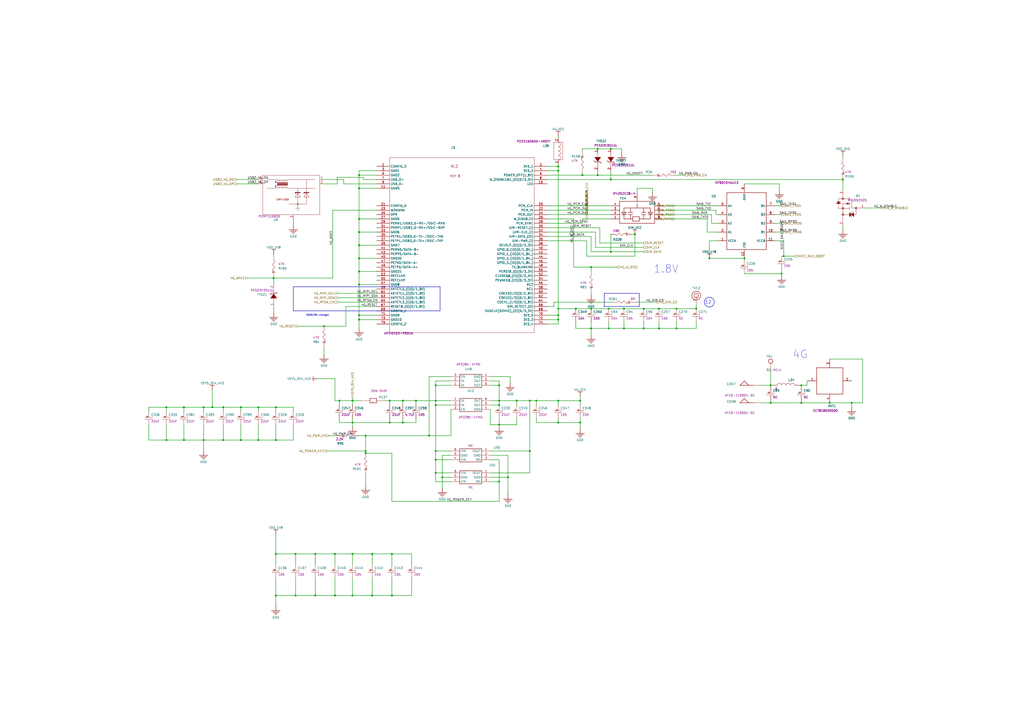
<source format=kicad_sch>
(kicad_sch (version 20241004) (generator "eeschema") (generator_version "8.99")
  (paper "A2")
  (title_block (title "Librem 5 Mainboard") (date "2024-03-21") (rev "v1.0.6") (company "Purism SPC") (comment 1 "GNU GPLv3+") (comment 2 "Copyright"))
  (circle (center 411.48 175.26) (radius 2.845) (stroke (width 0.254)))
  (text "20201204 changed" (at 184.15 182.88 0) (effects (font (size 0.889 0.889))))
  (text "1.8V" (at 393.7 158.75 0) (effects (font (size 4.445 4.445)) (justify right bottom)))
  (text "4G" (at 459.74 208.28 0) (effects (font (size 4.445 4.445)) (justify left bottom)))
  (text "12" (at 408.94 176.53 0) (effects (font (size 1.905 1.905)) (justify left bottom)))
  (junction (at 233.68 232.41))
  (junction (at 373.38 179.07))
  (junction (at 212.09 261.62))
  (junction (at 118.11 236.22))
  (junction (at 323.85 232.41))
  (junction (at 160.02 255.27))
  (junction (at 382.27 190.5))
  (junction (at 171.45 321.31))
  (junction (at 342.9 154.94))
  (junction (at 289.56 234.95))
  (junction (at 368.3 135.89))
  (junction (at 447.04 233.68))
  (junction (at 226.06 245.11))
  (junction (at 208.28 182.88))
  (junction (at 227.33 321.31))
  (junction (at 96.52 236.22))
  (junction (at 252.73 274.32))
  (junction (at 392.43 179.07))
  (junction (at 431.8 149.86))
  (junction (at 208.28 157.48))
  (junction (at 311.15 232.41))
  (junction (at 252.73 232.41))
  (junction (at 204.47 321.31))
  (junction (at 187.96 189.23))
  (junction (at 392.43 190.5))
  (junction (at 252.73 234.95))
  (junction (at 227.33 345.44))
  (junction (at 208.28 165.1))
  (junction (at 411.48 149.86))
  (junction (at 129.54 236.22))
  (junction (at 336.55 245.11))
  (junction (at 289.56 279.4))
  (junction (at 123.19 236.22))
  (junction (at 106.68 255.27))
  (junction (at 252.73 261.62))
  (junction (at 447.04 223.52))
  (junction (at 252.73 266.7))
  (junction (at 118.11 255.27))
  (junction (at 208.28 142.24))
  (junction (at 354.33 104.14))
  (junction (at 149.86 236.22))
  (junction (at 204.47 245.11))
  (junction (at 204.47 345.44))
  (junction (at 171.45 345.44))
  (junction (at 346.71 86.36))
  (junction (at 323.85 185.42))
  (junction (at 334.01 179.07))
  (junction (at 336.55 232.41))
  (junction (at 212.09 252.73))
  (junction (at 160.02 321.31))
  (junction (at 361.95 190.5))
  (junction (at 481.33 233.68))
  (junction (at 382.27 179.07))
  (junction (at 354.33 86.36))
  (junction (at 208.28 149.86))
  (junction (at 204.47 232.41))
  (junction (at 342.9 179.07))
  (junction (at 208.28 109.22))
  (junction (at 289.56 232.41))
  (junction (at 289.56 246.38))
  (junction (at 354.33 146.05))
  (junction (at 294.64 276.86))
  (junction (at 139.7 255.27))
  (junction (at 139.7 236.22))
  (junction (at 453.39 158.75))
  (junction (at 323.85 182.88))
  (junction (at 346.71 101.6))
  (junction (at 256.54 276.86))
  (junction (at 149.86 255.27))
  (junction (at 182.88 321.31))
  (junction (at 323.85 96.52))
  (junction (at 361.95 179.07))
  (junction (at 233.68 245.11))
  (junction (at 323.85 179.07))
  (junction (at 226.06 232.41))
  (junction (at 323.85 99.06))
  (junction (at 208.28 101.6))
  (junction (at 299.72 232.41))
  (junction (at 160.02 236.22))
  (junction (at 208.28 127))
  (junction (at 353.06 190.5))
  (junction (at 212.09 262.89))
  (junction (at 208.28 185.42))
  (junction (at 464.82 223.52))
  (junction (at 289.56 223.52))
  (junction (at 248.92 252.73))
  (junction (at 215.9 321.31))
  (junction (at 129.54 255.27))
  (junction (at 307.34 261.62))
  (junction (at 208.28 134.62))
  (junction (at 373.38 190.5))
  (junction (at 160.02 345.44))
  (junction (at 342.9 190.5))
  (junction (at 182.88 345.44))
  (junction (at 353.06 179.07))
  (junction (at 454.66 148.59))
  (junction (at 464.82 233.68))
  (junction (at 106.68 236.22))
  (junction (at 196.85 232.41))
  (junction (at 241.3 232.41))
  (junction (at 252.73 223.52))
  (junction (at 215.9 345.44))
  (junction (at 403.86 179.07))
  (junction (at 96.52 255.27))
  (junction (at 194.31 321.31))
  (junction (at 488.95 104.14))
  (junction (at 158.75 161.29))
  (junction (at 323.85 245.11))
  (junction (at 337.82 101.6))
  (junction (at 494.03 233.68))
  (junction (at 307.34 232.41))
  (junction (at 194.31 345.44))
  (wire (pts (xy 284.48 234.95) (xy 289.56 234.95)) (stroke (width 0.254)))
  (wire (pts (xy 311.15 232.41) (xy 323.85 232.41)) (stroke (width 0.254)))
  (wire (pts (xy 295.91 218.44) (xy 295.91 222.25)) (stroke (width 0.254)))
  (wire (pts (xy 342.9 190.5) (xy 342.9 194.31)) (stroke (width 0.254)))
  (wire (pts (xy 208.28 182.88) (xy 218.44 182.88)) (stroke (width 0.254)))
  (wire (pts (xy 118.11 236.22) (xy 118.11 238.76)) (stroke (width 0.254)))
  (wire (pts (xy 449.58 134.62) (xy 453.39 134.62)) (stroke (width 0.254)))
  (wire (pts (xy 204.47 321.31) (xy 215.9 321.31)) (stroke (width 0.254)))
  (wire (pts (xy 208.28 134.62) (xy 208.28 127)) (stroke (width 0.254)))
  (wire (pts (xy 415.29 124.46) (xy 416.56 124.46)) (stroke (width 0.254)))
  (wire (pts (xy 361.95 179.07) (xy 353.06 179.07)) (stroke (width 0.254)))
  (wire (pts (xy 323.85 182.88) (xy 323.85 179.07)) (stroke (width 0.254)))
  (wire (pts (xy 208.28 165.1) (xy 208.28 157.48)) (stroke (width 0.254)))
  (wire (pts (xy 284.48 232.41) (xy 289.56 232.41)) (stroke (width 0.254)))
  (wire (pts (xy 194.31 345.44) (xy 204.47 345.44)) (stroke (width 0.254)))
  (wire (pts (xy 158.75 161.29) (xy 193.04 161.29)) (stroke (width 0.254)))
  (wire (pts (xy 463.55 223.52) (xy 464.82 223.52)) (stroke (width 0.254)))
  (wire (pts (xy 208.28 101.6) (xy 208.28 99.06)) (stroke (width 0.254)))
  (wire (pts (xy 212.09 252.73) (xy 212.09 261.62)) (stroke (width 0.254)))
  (wire (pts (xy 194.31 327.66) (xy 194.31 321.31)) (stroke (width 0.254)))
  (wire (pts (xy 215.9 345.44) (xy 227.33 345.44)) (stroke (width 0.254)))
  (wire (pts (xy 289.56 279.4) (xy 289.56 290.83)) (stroke (width 0.254)))
  (wire (pts (xy 381 175.26) (xy 368.3 175.26)) (stroke (width 0.254)))
  (wire (pts (xy 317.5 127) (xy 332.74 127)) (stroke (width 0.254)))
  (wire (pts (xy 488.95 91.44) (xy 488.95 90.17)) (stroke (width 0.254)))
  (wire (pts (xy 208.28 149.86) (xy 218.44 149.86)) (stroke (width 0.254)))
  (wire (pts (xy 261.62 252.73) (xy 248.92 252.73)) (stroke (width 0.254)))
  (wire (pts (xy 353.06 179.07) (xy 342.9 179.07)) (stroke (width 0.254)))
  (wire (pts (xy 208.28 165.1) (xy 218.44 165.1)) (stroke (width 0.254)))
  (wire (pts (xy 187.96 106.68) (xy 195.58 106.68)) (stroke (width 0.254)))
  (wire (pts (xy 500.38 233.68) (xy 494.03 233.68)) (stroke (width 0.254)))
  (wire (pts (xy 447.04 233.68) (xy 464.82 233.68)) (stroke (width 0.254)))
  (wire (pts (xy 158.75 165.1) (xy 158.75 161.29)) (stroke (width 0.254)))
  (wire (pts (xy 123.19 226.06) (xy 123.19 236.22)) (stroke (width 0.254)))
  (wire (pts (xy 129.54 236.22) (xy 139.7 236.22)) (stroke (width 0.254)))
  (wire (pts (xy 261.62 276.86) (xy 256.54 276.86)) (stroke (width 0.254)))
  (wire (pts (xy 199.39 106.68) (xy 218.44 106.68)) (stroke (width 0.254)))
  (wire (pts (xy 208.28 182.88) (xy 208.28 165.1)) (stroke (width 0.254)))
  (wire (pts (xy 289.56 266.7) (xy 289.56 279.4)) (stroke (width 0.254)))
  (wire (pts (xy 464.82 232.41) (xy 464.82 233.68)) (stroke (width 0.254)))
  (wire (pts (xy 361.95 190.5) (xy 373.38 190.5)) (stroke (width 0.254)))
  (wire (pts (xy 342.9 186.69) (xy 342.9 190.5)) (stroke (width 0.254)))
  (wire (pts (xy 208.28 134.62) (xy 218.44 134.62)) (stroke (width 0.254)))
  (wire (pts (xy 139.7 236.22) (xy 139.7 238.76)) (stroke (width 0.254)))
  (wire (pts (xy 336.55 245.11) (xy 336.55 248.92)) (stroke (width 0.254)))
  (wire (pts (xy 199.39 104.14) (xy 199.39 106.68)) (stroke (width 0.254)))
  (wire (pts (xy 449.58 119.38) (xy 453.39 119.38)) (stroke (width 0.254)))
  (polyline (pts (xy 255.27 180.34) (xy 255.27 166.37)) (stroke (width 0.254) (type solid)))
  (wire (pts (xy 449.58 129.54) (xy 453.39 129.54)) (stroke (width 0.254)))
  (wire (pts (xy 226.06 232.41) (xy 226.06 234.95)) (stroke (width 0.254)))
  (wire (pts (xy 321.31 175.26) (xy 355.6 175.26)) (stroke (width 0.254)))
  (wire (pts (xy 96.52 255.27) (xy 106.68 255.27)) (stroke (width 0.254)))
  (wire (pts (xy 373.38 146.05) (xy 354.33 146.05)) (stroke (width 0.254)))
  (wire (pts (xy 208.28 185.42) (xy 208.28 182.88)) (stroke (width 0.254)))
  (wire (pts (xy 488.95 110.49) (xy 488.95 104.14)) (stroke (width 0.254)))
  (wire (pts (xy 382.27 186.69) (xy 382.27 190.5)) (stroke (width 0.254)))
  (wire (pts (xy 284.48 246.38) (xy 289.56 246.38)) (stroke (width 0.254)))
  (polyline (pts (xy 170.18 180.34) (xy 255.27 180.34)) (stroke (width 0.254) (type solid)))
  (wire (pts (xy 294.64 276.86) (xy 294.64 287.02)) (stroke (width 0.254)))
  (wire (pts (xy 391.16 101.6) (xy 397.51 101.6)) (stroke (width 0.254)))
  (wire (pts (xy 347.98 140.97) (xy 347.98 132.08)) (stroke (width 0.254)))
  (wire (pts (xy 215.9 327.66) (xy 215.9 321.31)) (stroke (width 0.254)))
  (wire (pts (xy 160.02 345.44) (xy 171.45 345.44)) (stroke (width 0.254)))
  (wire (pts (xy 323.85 179.07) (xy 323.85 99.06)) (stroke (width 0.254)))
  (wire (pts (xy 307.34 274.32) (xy 307.34 261.62)) (stroke (width 0.254)))
  (wire (pts (xy 196.85 242.57) (xy 196.85 245.11)) (stroke (width 0.254)))
  (wire (pts (xy 171.45 321.31) (xy 182.88 321.31)) (stroke (width 0.254)))
  (wire (pts (xy 441.96 233.68) (xy 447.04 233.68)) (stroke (width 0.254)))
  (wire (pts (xy 96.52 236.22) (xy 86.36 236.22)) (stroke (width 0.254)))
  (wire (pts (xy 171.45 327.66) (xy 171.45 321.31)) (stroke (width 0.254)))
  (wire (pts (xy 241.3 234.95) (xy 241.3 232.41)) (stroke (width 0.254)))
  (wire (pts (xy 158.75 161.29) (xy 143.51 161.29)) (stroke (width 0.254)))
  (wire (pts (xy 369.57 109.22) (xy 378.46 109.22)) (stroke (width 0.254)))
  (wire (pts (xy 289.56 290.83) (xy 227.33 290.83)) (stroke (width 0.254)))
  (wire (pts (xy 334.01 186.69) (xy 334.01 190.5)) (stroke (width 0.254)))
  (wire (pts (xy 210.82 104.14) (xy 218.44 104.14)) (stroke (width 0.254)))
  (wire (pts (xy 464.82 233.68) (xy 481.33 233.68)) (stroke (width 0.254)))
  (wire (pts (xy 369.57 111.76) (xy 369.57 109.22)) (stroke (width 0.254)))
  (wire (pts (xy 129.54 255.27) (xy 139.7 255.27)) (stroke (width 0.254)))
  (wire (pts (xy 158.75 177.8) (xy 158.75 181.61)) (stroke (width 0.254)))
  (wire (pts (xy 289.56 232.41) (xy 299.72 232.41)) (stroke (width 0.254)))
  (wire (pts (xy 500.38 208.28) (xy 500.38 233.68)) (stroke (width 0.254)))
  (wire (pts (xy 321.31 177.8) (xy 321.31 175.26)) (stroke (width 0.254)))
  (wire (pts (xy 208.28 101.6) (xy 218.44 101.6)) (stroke (width 0.254)))
  (wire (pts (xy 256.54 264.16) (xy 256.54 276.86)) (stroke (width 0.254)))
  (wire (pts (xy 447.04 232.41) (xy 447.04 233.68)) (stroke (width 0.254)))
  (wire (pts (xy 160.02 246.38) (xy 160.02 255.27)) (stroke (width 0.254)))
  (wire (pts (xy 284.48 276.86) (xy 294.64 276.86)) (stroke (width 0.254)))
  (wire (pts (xy 354.33 99.06) (xy 354.33 104.14)) (stroke (width 0.254)))
  (wire (pts (xy 337.82 101.6) (xy 346.71 101.6)) (stroke (width 0.254)))
  (wire (pts (xy 204.47 234.95) (xy 204.47 232.41)) (stroke (width 0.254)))
  (wire (pts (xy 342.9 190.5) (xy 353.06 190.5)) (stroke (width 0.254)))
  (wire (pts (xy 392.43 190.5) (xy 403.86 190.5)) (stroke (width 0.254)))
  (wire (pts (xy 106.68 255.27) (xy 118.11 255.27)) (stroke (width 0.254)))
  (wire (pts (xy 332.74 154.94) (xy 342.9 154.94)) (stroke (width 0.254)))
  (wire (pts (xy 204.47 245.11) (xy 226.06 245.11)) (stroke (width 0.254)))
  (wire (pts (xy 384.81 121.92) (xy 415.29 121.92)) (stroke (width 0.254)))
  (wire (pts (xy 194.31 335.28) (xy 194.31 345.44)) (stroke (width 0.254)))
  (wire (pts (xy 289.56 247.65) (xy 289.56 246.38)) (stroke (width 0.254)))
  (wire (pts (xy 431.8 151.13) (xy 431.8 149.86)) (stroke (width 0.254)))
  (wire (pts (xy 118.11 246.38) (xy 118.11 255.27)) (stroke (width 0.254)))
  (wire (pts (xy 171.45 345.44) (xy 182.88 345.44)) (stroke (width 0.254)))
  (polyline (pts (xy 350.52 170.18) (xy 350.52 177.8)) (stroke (width 0.254) (type solid)))
  (wire (pts (xy 194.31 219.71) (xy 184.15 219.71)) (stroke (width 0.254)))
  (wire (pts (xy 342.9 146.05) (xy 342.9 137.16)) (stroke (width 0.254)))
  (wire (pts (xy 317.5 124.46) (xy 354.33 124.46)) (stroke (width 0.254)))
  (wire (pts (xy 468.122 220.98) (xy 468.63 220.98)) (stroke (width 0.254)))
  (wire (pts (xy 403.86 176.53) (xy 403.86 179.07)) (stroke (width 0.254)))
  (wire (pts (xy 261.62 237.49) (xy 261.62 252.73)) (stroke (width 0.254)))
  (wire (pts (xy 123.19 236.22) (xy 129.54 236.22)) (stroke (width 0.254)))
  (wire (pts (xy 431.8 158.75) (xy 453.39 158.75)) (stroke (width 0.254)))
  (wire (pts (xy 317.5 96.52) (xy 323.85 96.52)) (stroke (width 0.254)))
  (wire (pts (xy 252.73 279.4) (xy 261.62 279.4)) (stroke (width 0.254)))
  (wire (pts (xy 218.44 185.42) (xy 208.28 185.42)) (stroke (width 0.254)))
  (wire (pts (xy 354.33 135.89) (xy 354.33 146.05)) (stroke (width 0.254)))
  (polyline (pts (xy 370.84 177.8) (xy 370.84 170.18)) (stroke (width 0.254) (type solid)))
  (wire (pts (xy 139.7 255.27) (xy 149.86 255.27)) (stroke (width 0.254)))
  (wire (pts (xy 323.85 245.11) (xy 323.85 242.57)) (stroke (width 0.254)))
  (wire (pts (xy 208.28 157.48) (xy 218.44 157.48)) (stroke (width 0.254)))
  (wire (pts (xy 311.15 242.57) (xy 311.15 245.11)) (stroke (width 0.254)))
  (wire (pts (xy 384.81 119.38) (xy 416.56 119.38)) (stroke (width 0.254)))
  (wire (pts (xy 382.27 190.5) (xy 392.43 190.5)) (stroke (width 0.254)))
  (wire (pts (xy 256.54 276.86) (xy 256.54 283.21)) (stroke (width 0.254)))
  (wire (pts (xy 187.96 189.23) (xy 172.72 189.23)) (stroke (width 0.254)))
  (wire (pts (xy 226.06 245.11) (xy 233.68 245.11)) (stroke (width 0.254)))
  (wire (pts (xy 170.18 255.27) (xy 170.18 246.38)) (stroke (width 0.254)))
  (wire (pts (xy 139.7 246.38) (xy 139.7 255.27)) (stroke (width 0.254)))
  (wire (pts (xy 215.9 335.28) (xy 215.9 345.44)) (stroke (width 0.254)))
  (wire (pts (xy 149.86 236.22) (xy 149.86 238.76)) (stroke (width 0.254)))
  (wire (pts (xy 454.66 139.7) (xy 454.66 148.59)) (stroke (width 0.254)))
  (wire (pts (xy 227.33 321.31) (xy 238.76 321.31)) (stroke (width 0.254)))
  (wire (pts (xy 464.82 224.79) (xy 464.82 223.52)) (stroke (width 0.254)))
  (wire (pts (xy 170.18 236.22) (xy 170.18 238.76)) (stroke (width 0.254)))
  (wire (pts (xy 241.3 242.57) (xy 241.3 245.11)) (stroke (width 0.254)))
  (wire (pts (xy 182.88 327.66) (xy 182.88 321.31)) (stroke (width 0.254)))
  (wire (pts (xy 323.85 232.41) (xy 323.85 234.95)) (stroke (width 0.254)))
  (wire (pts (xy 196.85 232.41) (xy 204.47 232.41)) (stroke (width 0.254)))
  (wire (pts (xy 384.81 124.46) (xy 412.75 124.46)) (stroke (width 0.254)))
  (wire (pts (xy 149.86 255.27) (xy 160.02 255.27)) (stroke (width 0.254)))
  (wire (pts (xy 208.28 149.86) (xy 208.28 142.24)) (stroke (width 0.254)))
  (wire (pts (xy 373.38 179.07) (xy 382.27 179.07)) (stroke (width 0.254)))
  (wire (pts (xy 453.39 156.21) (xy 453.39 158.75)) (stroke (width 0.254)))
  (wire (pts (xy 449.58 124.46) (xy 453.39 124.46)) (stroke (width 0.254)))
  (wire (pts (xy 252.73 274.32) (xy 252.73 279.4)) (stroke (width 0.254)))
  (wire (pts (xy 170.18 127) (xy 170.18 130.81)) (stroke (width 0.254)))
  (wire (pts (xy 204.47 245.11) (xy 204.47 247.65)) (stroke (width 0.254)))
  (wire (pts (xy 218.44 172.72) (xy 195.58 172.72)) (stroke (width 0.254)))
  (wire (pts (xy 311.15 232.41) (xy 307.34 232.41)) (stroke (width 0.254)))
  (wire (pts (xy 488.95 130.81) (xy 488.95 133.35)) (stroke (width 0.254)))
  (wire (pts (xy 410.21 127) (xy 410.21 134.62)) (stroke (width 0.254)))
  (wire (pts (xy 336.55 232.41) (xy 336.55 229.87)) (stroke (width 0.254)))
  (wire (pts (xy 210.82 102.87) (xy 210.82 104.14)) (stroke (width 0.254)))
  (wire (pts (xy 160.02 335.28) (xy 160.02 345.44)) (stroke (width 0.254)))
  (wire (pts (xy 160.02 236.22) (xy 160.02 238.76)) (stroke (width 0.254)))
  (wire (pts (xy 345.44 134.62) (xy 317.5 134.62)) (stroke (width 0.254)))
  (wire (pts (xy 118.11 255.27) (xy 118.11 261.62)) (stroke (width 0.254)))
  (wire (pts (xy 106.68 246.38) (xy 106.68 255.27)) (stroke (width 0.254)))
  (wire (pts (xy 261.62 264.16) (xy 256.54 264.16)) (stroke (width 0.254)))
  (wire (pts (xy 284.48 266.7) (xy 289.56 266.7)) (stroke (width 0.254)))
  (wire (pts (xy 226.06 232.41) (xy 233.68 232.41)) (stroke (width 0.254)))
  (wire (pts (xy 196.85 232.41) (xy 196.85 234.95)) (stroke (width 0.254)))
  (wire (pts (xy 241.3 232.41) (xy 252.73 232.41)) (stroke (width 0.254)))
  (wire (pts (xy 361.95 186.69) (xy 361.95 190.5)) (stroke (width 0.254)))
  (wire (pts (xy 227.33 262.89) (xy 212.09 262.89)) (stroke (width 0.254)))
  (wire (pts (xy 367.03 135.89) (xy 368.3 135.89)) (stroke (width 0.254)))
  (wire (pts (xy 129.54 236.22) (xy 129.54 238.76)) (stroke (width 0.254)))
  (wire (pts (xy 384.81 127) (xy 410.21 127)) (stroke (width 0.254)))
  (wire (pts (xy 307.34 261.62) (xy 307.34 232.41)) (stroke (width 0.254)))
  (wire (pts (xy 227.33 345.44) (xy 238.76 345.44)) (stroke (width 0.254)))
  (wire (pts (xy 218.44 170.18) (xy 195.58 170.18)) (stroke (width 0.254)))
  (wire (pts (xy 160.02 327.66) (xy 160.02 321.31)) (stroke (width 0.254)))
  (wire (pts (xy 284.48 237.49) (xy 284.48 246.38)) (stroke (width 0.254)))
  (wire (pts (xy 261.62 218.44) (xy 248.92 218.44)) (stroke (width 0.254)))
  (wire (pts (xy 200.66 189.23) (xy 187.96 189.23)) (stroke (width 0.254)))
  (wire (pts (xy 449.58 139.7) (xy 454.66 139.7)) (stroke (width 0.254)))
  (wire (pts (xy 248.92 252.73) (xy 212.09 252.73)) (stroke (width 0.254)))
  (wire (pts (xy 447.04 213.36) (xy 447.04 223.52)) (stroke (width 0.254)))
  (wire (pts (xy 208.28 99.06) (xy 218.44 99.06)) (stroke (width 0.254)))
  (wire (pts (xy 252.73 232.41) (xy 252.73 234.95)) (stroke (width 0.254)))
  (wire (pts (xy 208.28 127) (xy 218.44 127)) (stroke (width 0.254)))
  (wire (pts (xy 481.33 233.68) (xy 494.03 233.68)) (stroke (width 0.254)))
  (wire (pts (xy 118.11 255.27) (xy 129.54 255.27)) (stroke (width 0.254)))
  (wire (pts (xy 227.33 327.66) (xy 227.33 321.31)) (stroke (width 0.254)))
  (wire (pts (xy 212.09 261.62) (xy 189.23 261.62)) (stroke (width 0.254)))
  (wire (pts (xy 233.68 232.41) (xy 241.3 232.41)) (stroke (width 0.254)))
  (wire (pts (xy 488.95 104.14) (xy 354.33 104.14)) (stroke (width 0.254)))
  (wire (pts (xy 212.09 261.62) (xy 212.09 262.89)) (stroke (width 0.254)))
  (wire (pts (xy 501.65 120.65) (xy 511.81 120.65)) (stroke (width 0.254)))
  (wire (pts (xy 412.75 124.46) (xy 412.75 129.54)) (stroke (width 0.254)))
  (wire (pts (xy 223.52 232.41) (xy 226.06 232.41)) (stroke (width 0.254)))
  (wire (pts (xy 284.48 218.44) (xy 295.91 218.44)) (stroke (width 0.254)))
  (wire (pts (xy 373.38 186.69) (xy 373.38 190.5)) (stroke (width 0.254)))
  (wire (pts (xy 182.88 345.44) (xy 194.31 345.44)) (stroke (width 0.254)))
  (wire (pts (xy 342.9 154.94) (xy 342.9 157.48)) (stroke (width 0.254)))
  (wire (pts (xy 171.45 335.28) (xy 171.45 345.44)) (stroke (width 0.254)))
  (wire (pts (xy 307.34 232.41) (xy 299.72 232.41)) (stroke (width 0.254)))
  (wire (pts (xy 354.33 104.14) (xy 317.5 104.14)) (stroke (width 0.254)))
  (wire (pts (xy 464.82 223.52) (xy 468.122 223.52)) (stroke (width 0.254)))
  (wire (pts (xy 340.36 139.7) (xy 317.5 139.7)) (stroke (width 0.254)))
  (wire (pts (xy 403.86 190.5) (xy 403.86 186.69)) (stroke (width 0.254)))
  (wire (pts (xy 294.64 264.16) (xy 294.64 276.86)) (stroke (width 0.254)))
  (wire (pts (xy 337.82 100.33) (xy 337.82 101.6)) (stroke (width 0.254)))
  (wire (pts (xy 354.33 146.05) (xy 342.9 146.05)) (stroke (width 0.254)))
  (wire (pts (xy 368.3 135.89) (xy 368.3 148.59)) (stroke (width 0.254)))
  (wire (pts (xy 252.73 266.7) (xy 252.73 274.32)) (stroke (width 0.254)))
  (wire (pts (xy 193.04 161.29) (xy 193.04 121.92)) (stroke (width 0.254)))
  (wire (pts (xy 360.68 86.36) (xy 360.68 88.9)) (stroke (width 0.254)))
  (wire (pts (xy 323.85 80.01) (xy 323.85 78.74)) (stroke (width 0.254)))
  (wire (pts (xy 317.5 182.88) (xy 323.85 182.88)) (stroke (width 0.254)))
  (wire (pts (xy 241.3 245.11) (xy 233.68 245.11)) (stroke (width 0.254)))
  (wire (pts (xy 218.44 177.8) (xy 200.66 177.8)) (stroke (width 0.254)))
  (wire (pts (xy 195.58 102.87) (xy 210.82 102.87)) (stroke (width 0.254)))
  (wire (pts (xy 323.85 99.06) (xy 323.85 96.52)) (stroke (width 0.254)))
  (wire (pts (xy 238.76 321.31) (xy 238.76 327.66)) (stroke (width 0.254)))
  (wire (pts (xy 208.28 109.22) (xy 208.28 101.6)) (stroke (width 0.254)))
  (wire (pts (xy 284.48 274.32) (xy 307.34 274.32)) (stroke (width 0.254)))
  (wire (pts (xy 340.36 148.59) (xy 340.36 139.7)) (stroke (width 0.254)))
  (wire (pts (xy 195.58 252.73) (xy 190.5 252.73)) (stroke (width 0.254)))
  (wire (pts (xy 378.46 101.6) (xy 346.71 101.6)) (stroke (width 0.254)))
  (wire (pts (xy 252.73 234.95) (xy 252.73 261.62)) (stroke (width 0.254)))
  (wire (pts (xy 204.47 327.66) (xy 204.47 321.31)) (stroke (width 0.254)))
  (wire (pts (xy 123.19 236.22) (xy 118.11 236.22)) (stroke (width 0.254)))
  (wire (pts (xy 373.38 143.51) (xy 345.44 143.51)) (stroke (width 0.254)))
  (wire (pts (xy 323.85 245.11) (xy 336.55 245.11)) (stroke (width 0.254)))
  (wire (pts (xy 149.86 106.68) (xy 137.16 106.68)) (stroke (width 0.254)))
  (wire (pts (xy 212.09 275.59) (xy 212.09 281.94)) (stroke (width 0.254)))
  (wire (pts (xy 361.95 179.07) (xy 373.38 179.07)) (stroke (width 0.254)))
  (wire (pts (xy 452.12 106.68) (xy 452.12 110.49)) (stroke (width 0.254)))
  (wire (pts (xy 323.85 185.42) (xy 323.85 182.88)) (stroke (width 0.254)))
  (wire (pts (xy 332.74 127) (xy 332.74 154.94)) (stroke (width 0.254)))
  (wire (pts (xy 337.82 127) (xy 354.33 127)) (stroke (width 0.254)))
  (wire (pts (xy 354.33 86.36) (xy 360.68 86.36)) (stroke (width 0.254)))
  (wire (pts (xy 323.85 187.96) (xy 323.85 185.42)) (stroke (width 0.254)))
  (wire (pts (xy 187.96 104.14) (xy 199.39 104.14)) (stroke (width 0.254)))
  (wire (pts (xy 336.55 232.41) (xy 336.55 234.95)) (stroke (width 0.254)))
  (wire (pts (xy 204.47 335.28) (xy 204.47 345.44)) (stroke (width 0.254)))
  (wire (pts (xy 218.44 175.26) (xy 195.58 175.26)) (stroke (width 0.254)))
  (wire (pts (xy 317.5 185.42) (xy 323.85 185.42)) (stroke (width 0.254)))
  (wire (pts (xy 447.04 224.79) (xy 447.04 223.52)) (stroke (width 0.254)))
  (wire (pts (xy 86.36 246.38) (xy 86.36 255.27)) (stroke (width 0.254)))
  (wire (pts (xy 378.46 109.22) (xy 378.46 111.76)) (stroke (width 0.254)))
  (wire (pts (xy 481.33 208.28) (xy 500.38 208.28)) (stroke (width 0.254)))
  (wire (pts (xy 334.01 179.07) (xy 323.85 179.07)) (stroke (width 0.254)))
  (wire (pts (xy 342.9 179.07) (xy 334.01 179.07)) (stroke (width 0.254)))
  (polyline (pts (xy 255.27 166.37) (xy 170.18 166.37)) (stroke (width 0.254) (type solid)))
  (wire (pts (xy 284.48 261.62) (xy 307.34 261.62)) (stroke (width 0.254)))
  (wire (pts (xy 334.01 190.5) (xy 342.9 190.5)) (stroke (width 0.254)))
  (wire (pts (xy 227.33 290.83) (xy 227.33 262.89)) (stroke (width 0.254)))
  (wire (pts (xy 233.68 245.11) (xy 233.68 242.57)) (stroke (width 0.254)))
  (wire (pts (xy 317.5 99.06) (xy 323.85 99.06)) (stroke (width 0.254)))
  (wire (pts (xy 227.33 335.28) (xy 227.33 345.44)) (stroke (width 0.254)))
  (wire (pts (xy 208.28 185.42) (xy 208.28 190.5)) (stroke (width 0.254)))
  (wire (pts (xy 96.52 236.22) (xy 96.52 238.76)) (stroke (width 0.254)))
  (wire (pts (xy 358.14 154.94) (xy 342.9 154.94)) (stroke (width 0.254)))
  (wire (pts (xy 204.47 242.57) (xy 204.47 245.11)) (stroke (width 0.254)))
  (wire (pts (xy 441.96 223.52) (xy 447.04 223.52)) (stroke (width 0.254)))
  (wire (pts (xy 261.62 220.98) (xy 252.73 220.98)) (stroke (width 0.254)))
  (wire (pts (xy 182.88 335.28) (xy 182.88 345.44)) (stroke (width 0.254)))
  (wire (pts (xy 317.5 177.8) (xy 321.31 177.8)) (stroke (width 0.254)))
  (wire (pts (xy 284.48 220.98) (xy 289.56 220.98)) (stroke (width 0.254)))
  (wire (pts (xy 160.02 255.27) (xy 170.18 255.27)) (stroke (width 0.254)))
  (wire (pts (xy 410.21 134.62) (xy 416.56 134.62)) (stroke (width 0.254)))
  (wire (pts (xy 317.5 121.92) (xy 354.33 121.92)) (stroke (width 0.254)))
  (wire (pts (xy 248.92 218.44) (xy 248.92 252.73)) (stroke (width 0.254)))
  (wire (pts (xy 200.66 177.8) (xy 200.66 189.23)) (stroke (width 0.254)))
  (wire (pts (xy 160.02 345.44) (xy 160.02 351.79)) (stroke (width 0.254)))
  (wire (pts (xy 194.31 232.41) (xy 194.31 219.71)) (stroke (width 0.254)))
  (wire (pts (xy 193.04 121.92) (xy 218.44 121.92)) (stroke (width 0.254)))
  (wire (pts (xy 252.73 223.52) (xy 252.73 232.41)) (stroke (width 0.254)))
  (wire (pts (xy 336.55 232.41) (xy 323.85 232.41)) (stroke (width 0.254)))
  (wire (pts (xy 412.75 129.54) (xy 416.56 129.54)) (stroke (width 0.254)))
  (wire (pts (xy 392.43 179.07) (xy 403.86 179.07)) (stroke (width 0.254)))
  (wire (pts (xy 347.98 132.08) (xy 317.5 132.08)) (stroke (width 0.254)))
  (wire (pts (xy 289.56 234.95) (xy 289.56 232.41)) (stroke (width 0.254)))
  (wire (pts (xy 204.47 345.44) (xy 215.9 345.44)) (stroke (width 0.254)))
  (wire (pts (xy 299.72 234.95) (xy 299.72 232.41)) (stroke (width 0.254)))
  (wire (pts (xy 311.15 232.41) (xy 311.15 234.95)) (stroke (width 0.254)))
  (wire (pts (xy 411.48 139.7) (xy 411.48 149.86)) (stroke (width 0.254)))
  (wire (pts (xy 149.86 246.38) (xy 149.86 255.27)) (stroke (width 0.254)))
  (wire (pts (xy 392.43 186.69) (xy 392.43 190.5)) (stroke (width 0.254)))
  (wire (pts (xy 196.85 232.41) (xy 194.31 232.41)) (stroke (width 0.254)))
  (wire (pts (xy 284.48 279.4) (xy 289.56 279.4)) (stroke (width 0.254)))
  (wire (pts (xy 204.47 231.14) (xy 204.47 232.41)) (stroke (width 0.254)))
  (wire (pts (xy 261.62 266.7) (xy 252.73 266.7)) (stroke (width 0.254)))
  (wire (pts (xy 289.56 246.38) (xy 299.72 246.38)) (stroke (width 0.254)))
  (wire (pts (xy 382.27 179.07) (xy 392.43 179.07)) (stroke (width 0.254)))
  (wire (pts (xy 431.8 106.68) (xy 452.12 106.68)) (stroke (width 0.254)))
  (wire (pts (xy 208.28 109.22) (xy 218.44 109.22)) (stroke (width 0.254)))
  (wire (pts (xy 289.56 220.98) (xy 289.56 223.52)) (stroke (width 0.254)))
  (wire (pts (xy 261.62 223.52) (xy 252.73 223.52)) (stroke (width 0.254)))
  (wire (pts (xy 238.76 345.44) (xy 238.76 335.28)) (stroke (width 0.254)))
  (wire (pts (xy 317.5 119.38) (xy 354.33 119.38)) (stroke (width 0.254)))
  (wire (pts (xy 431.8 149.86) (xy 411.48 149.86)) (stroke (width 0.254)))
  (wire (pts (xy 317.5 129.54) (xy 337.82 129.54)) (stroke (width 0.254)))
  (wire (pts (xy 447.04 223.52) (xy 448.31 223.52)) (stroke (width 0.254)))
  (wire (pts (xy 139.7 236.22) (xy 149.86 236.22)) (stroke (width 0.254)))
  (wire (pts (xy 415.29 121.92) (xy 415.29 124.46)) (stroke (width 0.254)))
  (wire (pts (xy 353.06 190.5) (xy 361.95 190.5)) (stroke (width 0.254)))
  (wire (pts (xy 252.73 232.41) (xy 261.62 232.41)) (stroke (width 0.254)))
  (wire (pts (xy 209.55 232.41) (xy 204.47 232.41)) (stroke (width 0.254)))
  (wire (pts (xy 196.85 245.11) (xy 204.47 245.11)) (stroke (width 0.254)))
  (wire (pts (xy 454.66 148.59) (xy 461.01 148.59)) (stroke (width 0.254)))
  (wire (pts (xy 194.31 321.31) (xy 204.47 321.31)) (stroke (width 0.254)))
  (wire (pts (xy 252.73 220.98) (xy 252.73 223.52)) (stroke (width 0.254)))
  (wire (pts (xy 208.28 142.24) (xy 208.28 134.62)) (stroke (width 0.254)))
  (wire (pts (xy 195.58 106.68) (xy 195.58 102.87)) (stroke (width 0.254)))
  (wire (pts (xy 129.54 246.38) (xy 129.54 255.27)) (stroke (width 0.254)))
  (wire (pts (xy 158.75 148.59) (xy 158.75 147.32)) (stroke (width 0.254)))
  (wire (pts (xy 373.38 140.97) (xy 347.98 140.97)) (stroke (width 0.254)))
  (wire (pts (xy 149.86 236.22) (xy 160.02 236.22)) (stroke (width 0.254)))
  (wire (pts (xy 208.28 157.48) (xy 208.28 149.86)) (stroke (width 0.254)))
  (wire (pts (xy 453.39 158.75) (xy 453.39 160.02)) (stroke (width 0.254)))
  (polyline (pts (xy 170.18 166.37) (xy 170.18 180.34)) (stroke (width 0.254) (type solid)))
  (wire (pts (xy 337.82 86.36) (xy 346.71 86.36)) (stroke (width 0.254)))
  (wire (pts (xy 252.73 234.95) (xy 261.62 234.95)) (stroke (width 0.254)))
  (wire (pts (xy 353.06 186.69) (xy 353.06 190.5)) (stroke (width 0.254)))
  (wire (pts (xy 160.02 321.31) (xy 171.45 321.31)) (stroke (width 0.254)))
  (wire (pts (xy 208.28 127) (xy 208.28 109.22)) (stroke (width 0.254)))
  (wire (pts (xy 337.82 129.54) (xy 337.82 127)) (stroke (width 0.254)))
  (wire (pts (xy 323.85 96.52) (xy 323.85 95.25)) (stroke (width 0.254)))
  (wire (pts (xy 182.88 321.31) (xy 194.31 321.31)) (stroke (width 0.254)))
  (wire (pts (xy 311.15 245.11) (xy 323.85 245.11)) (stroke (width 0.254)))
  (wire (pts (xy 368.3 148.59) (xy 340.36 148.59)) (stroke (width 0.254)))
  (wire (pts (xy 317.5 101.6) (xy 337.82 101.6)) (stroke (width 0.254)))
  (wire (pts (xy 494.03 233.68) (xy 494.03 236.22)) (stroke (width 0.254)))
  (wire (pts (xy 215.9 321.31) (xy 227.33 321.31)) (stroke (width 0.254)))
  (wire (pts (xy 299.72 246.38) (xy 299.72 242.57)) (stroke (width 0.254)))
  (wire (pts (xy 346.71 99.06) (xy 346.71 101.6)) (stroke (width 0.254)))
  (wire (pts (xy 289.56 242.57) (xy 289.56 246.38)) (stroke (width 0.254)))
  (wire (pts (xy 160.02 321.31) (xy 160.02 309.88)) (stroke (width 0.254)))
  (wire (pts (xy 342.9 137.16) (xy 317.5 137.16)) (stroke (width 0.254)))
  (wire (pts (xy 226.06 245.11) (xy 226.06 242.57)) (stroke (width 0.254)))
  (wire (pts (xy 233.68 234.95) (xy 233.68 232.41)) (stroke (width 0.254)))
  (wire (pts (xy 252.73 261.62) (xy 252.73 266.7)) (stroke (width 0.254)))
  (wire (pts (xy 346.71 86.36) (xy 354.33 86.36)) (stroke (width 0.254)))
  (wire (pts (xy 96.52 246.38) (xy 96.52 255.27)) (stroke (width 0.254)))
  (wire (pts (xy 289.56 223.52) (xy 289.56 232.41)) (stroke (width 0.254)))
  (wire (pts (xy 118.11 236.22) (xy 106.68 236.22)) (stroke (width 0.254)))
  (wire (pts (xy 187.96 201.93) (xy 187.96 205.74)) (stroke (width 0.254)))
  (wire (pts (xy 106.68 236.22) (xy 96.52 236.22)) (stroke (width 0.254)))
  (wire (pts (xy 86.36 255.27) (xy 96.52 255.27)) (stroke (width 0.254)))
  (wire (pts (xy 160.02 236.22) (xy 170.18 236.22)) (stroke (width 0.254)))
  (wire (pts (xy 337.82 87.63) (xy 337.82 86.36)) (stroke (width 0.254)))
  (wire (pts (xy 453.39 148.59) (xy 454.66 148.59)) (stroke (width 0.254)))
  (wire (pts (xy 212.09 252.73) (xy 208.28 252.73)) (stroke (width 0.254)))
  (wire (pts (xy 336.55 245.11) (xy 336.55 242.57)) (stroke (width 0.254)))
  (wire (pts (xy 284.48 264.16) (xy 294.64 264.16)) (stroke (width 0.254)))
  (wire (pts (xy 86.36 236.22) (xy 86.36 238.76)) (stroke (width 0.254)))
  (wire (pts (xy 252.73 274.32) (xy 261.62 274.32)) (stroke (width 0.254)))
  (wire (pts (xy 284.48 223.52) (xy 289.56 223.52)) (stroke (width 0.254)))
  (wire (pts (xy 345.44 143.51) (xy 345.44 134.62)) (stroke (width 0.254)))
  (polyline (pts (xy 350.52 177.8) (xy 370.84 177.8)) (stroke (width 0.254) (type solid)))
  (wire (pts (xy 416.56 139.7) (xy 411.48 139.7)) (stroke (width 0.254)))
  (wire (pts (xy 106.68 236.22) (xy 106.68 238.76)) (stroke (width 0.254)))
  (wire (pts (xy 149.86 104.14) (xy 137.16 104.14)) (stroke (width 0.254)))
  (wire (pts (xy 208.28 142.24) (xy 218.44 142.24)) (stroke (width 0.254)))
  (wire (pts (xy 468.122 223.52) (xy 468.122 220.98)) (stroke (width 0.254)))
  (wire (pts (xy 342.9 170.18) (xy 342.9 171.45)) (stroke (width 0.254)))
  (wire (pts (xy 373.38 190.5) (xy 382.27 190.5)) (stroke (width 0.254)))
  (polyline (pts (xy 370.84 170.18) (xy 350.52 170.18)) (stroke (width 0.254) (type solid)))
  (wire (pts (xy 317.5 187.96) (xy 323.85 187.96)) (stroke (width 0.254)))
  (wire (pts (xy 252.73 261.62) (xy 261.62 261.62)) (stroke (width 0.254)))
  (label "SAI6_TXFS" (at 401.32 127 0))
  (label "SAI1_TXD4" (at 452.12 119.38 0))
  (label "SIM_CLK" (at 359.41 143.51 0))
  (label "4G_PCM_CLK" (at 328.93 119.38 0))
  (label "4G_W_DIS2" (at 332.74 140.97 90))
  (label "4G_RFSW_EN" (at 207.01 175.26 0))
  (label "USB2_4G_DP" (at 143.51 106.68 0))
  (label "4G_SIM_CD" (at 374.65 175.26 0))
  (label "SAI6_TXD" (at 403.86 121.92 0))
  (label "NVCC_SAI1_BOOT" (at 454.66 144.78 90))
  (label "4G_PWR_EN" (at 193.04 252.73 0))
  (label "SAI1_TXD5" (at 452.12 124.46 0))
  (label "4G_WAKE" (at 193.04 142.24 90))
  (label "SAI6_TXC" (at 403.86 119.38 0))
  (label "4G_PCM_SYNC" (at 327.66 129.54 0))
  (label "4G_MIPI_SCL" (at 207.01 170.18 0))
  (label "4G_ONOFF" (at 363.22 101.6 0))
  (label "4G_POWER_KEY" (at 259.08 290.83 0))
  (label "4G_PWR_EN" (at 393.7 101.6 0))
  (label "SAI6_RXD" (at 401.32 124.46 0))
  (label "SIM_RESET" (at 332.74 132.08 0))
  (label "SAI1_RXD6" (at 452.12 134.62 0))
  (label "4G_RESET" (at 209.55 177.8 0))
  (label "SAI1_RXD5" (at 452.12 129.54 0))
  (label "4G_PCM_IN" (at 328.93 121.92 0))
  (label "4G_PCM_OUT" (at 328.93 124.46 0))
  (label "SIM_DATA" (at 330.2 137.16 0))
  (label "USB2_4G_DN" (at 143.51 104.14 0))
  (label "4G_MIPI_SDA" (at 207.01 172.72 0))
  (label "4G_W_DISABLE" (at 506.73 120.65 0))
  (hierarchical_label "4G_PWR_EN" (shape passive) (at 190.5 252.73 180))
  (hierarchical_label "SAI1_TXD4" (shape passive) (at 453.39 119.38 0))
  (hierarchical_label "4G_MIPI_SDA" (shape passive) (at 195.58 172.72 180))
  (hierarchical_label "NVCC_SAI1_BOOT" (shape passive) (at 461.01 148.59 0))
  (hierarchical_label "SAI6_RXD" (shape passive) (at 391.16 124.46 180))
  (hierarchical_label "VSYS_3V4_4V3" (shape bidirectional) (at 204.47 231.14 90))
  (hierarchical_label "4G_MIPI_SCL" (shape passive) (at 195.58 170.18 180))
  (hierarchical_label "4G_W_DISABLE" (shape passive) (at 511.81 120.65 0))
  (hierarchical_label "4G_PCM_SYNC" (shape passive) (at 340.36 127 90))
  (hierarchical_label "SAI1_RXD5" (shape passive) (at 453.39 129.54 0))
  (hierarchical_label "4G_W_DIS2" (shape passive) (at 358.14 154.94 0))
  (hierarchical_label "4G_PCM_OUT" (shape passive) (at 340.36 124.46 90))
  (hierarchical_label "SIM_DATA" (shape passive) (at 373.38 146.05 0))
  (hierarchical_label "SIM_RESET" (shape passive) (at 373.38 140.97 0))
  (hierarchical_label "SAI6_TXD" (shape passive) (at 391.16 121.92 180))
  (hierarchical_label "4G_PCM_IN" (shape passive) (at 340.36 121.92 90))
  (hierarchical_label "SAI6_TXC" (shape passive) (at 391.16 119.38 180))
  (hierarchical_label "USB2_4G_DN" (shape passive) (at 137.16 104.14 180))
  (hierarchical_label "USB2_4G_DP" (shape passive) (at 137.16 106.68 180))
  (hierarchical_label "4G_PCM_CLK" (shape passive) (at 340.36 119.38 90))
  (hierarchical_label "4G_RFSW_EN" (shape passive) (at 195.58 175.26 180))
  (hierarchical_label "SIM_CLK" (shape passive) (at 373.38 143.51 0))
  (hierarchical_label "SAI1_TXD5" (shape passive) (at 453.39 124.46 0))
  (hierarchical_label "SAI1_RXD6" (shape passive) (at 453.39 134.62 0))
  (hierarchical_label "4G_PWR_EN" (shape passive) (at 397.51 101.6 0))
  (hierarchical_label "4G_SIM_CD" (shape passive) (at 381 175.26 0))
  (hierarchical_label "4G_POWER_KEY" (shape passive) (at 189.23 261.62 180))
  (hierarchical_label "4G_RESET" (shape passive) (at 172.72 189.23 180))
  (hierarchical_label "4G_WAKE" (shape input) (at 143.51 161.29 180))
  (hierarchical_label "SAI6_TXFS" (shape passive) (at 391.16 127 180))
  (symbol (lib_id "C-17_4G:root_2_RES_2") (at 345.44 160.02 0) (unit 1)
    (property "Reference" "R83" (at 340.36 165.862 0) (effects (justify right top)))
    (property "Value" "RES_2" (effects (hide yes)))
    (property "Footprint" "RES-0201" (effects (hide yes)))
    (property "PCB DECAL" "RES-0201" (effects (hide yes)))
    (property "DESCRIPTION" "Resistor Chip 0201 47K Ohm 1/16W 1% RALEC" (effects (hide yes)))
    (property "VALUE" "47K" (at 340.36 163.322 0) (effects (justify right top)))
    (property "GEOMETRY.HEIGHT" "0.3MM" (effects (hide yes)))
    (property "PCB FOOTPRINT" "201" (effects (hide yes)))
  )
  (symbol (lib_id "C-17_4G:root_2_mirrored_AP2281") (at 266.7 217.17 0) (unit 1)
    (property "Reference" "U48" (at 271.78 213.36 0) (effects (justify top)))
    (property "Value" "AP2281" (effects (hide yes)))
    (property "Footprint" "U-DFN2018-6" (effects (hide yes)))
    (property "PCB DECAL" "U-DFN2018-6" (effects (hide yes)))
    (property "GEOMETRY.HEIGHT" "0.6mm" (effects (hide yes)))
    (property "VALUE" "AP2281-1FMG" (at 271.78 212.09 0) (effects (justify bottom)))
    (property "MFG_NAME" "DIODES" (effects (hide yes)))
    (property "PCB FOOTPRINT" "U-DFN2018-6" (effects (hide yes)))
    (property "DESCRIPTION" "IC SWITCH 80mohm  1.5-6V" (effects (hide yes)))
    (property "SIGPIN7" "GND" (effects (hide yes)))
  )
  (symbol (lib_id "C-17_4G:VDD_1V8") (at 158.75 147.32 180) (unit 1)
    (property "Reference" "#PWR?" (effects (hide yes)))
    (property "Value" "VDD_1V8" (at 158.75 143.51 0))
  )
  (symbol (lib_id "C-17_4G:root_1_mirrored_BEAD-0201") (at 450.85 226.06 0) (unit 1)
    (property "Reference" "L34" (at 457.2 219.71 0) (effects (justify left top)))
    (property "Value" "BEAD-0201" (effects (hide yes)))
    (property "Footprint" "RES-0201" (effects (hide yes)))
    (property "PCB DECAL" "RES-0201" (effects (hide yes)))
    (property "DESCRIPTION" "Resistor Chip 0201 0R Ohm 1/16W 1% RALEC" (effects (hide yes)))
    (property "VALUE" "0" (at 449.58 224.79 0) (effects (justify left top)))
    (property "GEOMETRY.HEIGHT" "0.5MM" (effects (hide yes)))
    (property "PCB FOOTPRINT" "201" (effects (hide yes)))
  )
  (symbol (lib_id "C-17_4G:root_0_C0603") (at 223.52 240.03 0) (unit 1)
    (property "Reference" "C248" (at 227.33 237.49 0) (effects (justify left bottom)))
    (property "Value" "C0603" (effects (hide yes)))
    (property "Footprint" "CAP-0603" (effects (hide yes)))
    (property "PCB DECAL" "CAP-0603" (effects (hide yes)))
    (property "DESCRIPTION" "CAP CER 22uF 6V3 20% X5R 0603" (effects (hide yes)))
    (property "VOLTAGE" "6.3V" (effects (hide yes)))
    (property "VALUE" "22UF" (at 227.33 241.3 0) (effects (justify left bottom)))
    (property "GEOMETRY.HEIGHT" "0.8MM" (effects (hide yes)))
    (property "PCB FOOTPRINT" "603" (effects (hide yes)))
  )
  (symbol (lib_id "C-17_4G:root_3_mirrored_TVS_0402_882") (at 349.25 88.9 0) (unit 1)
    (property "Reference" "TVS22" (at 351.79 82.55 0) (effects (justify right bottom)))
    (property "Value" "TVS_0402_882" (effects (hide yes)))
    (property "Footprint" "TVS-0402-882" (effects (hide yes)))
    (property "PCB DECAL" "TVS-0402-882" (effects (hide yes)))
    (property "DESCRIPTION" "IC ESD 3V3 200pF 30KV  SOD882 µ¥Ïò" (effects (hide yes)))
    (property "VALUE" "PESD3V3S1UL" (at 358.14 85.09 0) (effects (justify right bottom)))
    (property "GEOMETRY.HEIGHT" "0.5MM" (effects (hide yes)))
    (property "PCB FOOTPRINT" "SOD882 1x0.6x0.48mm" (effects (hide yes)))
    (property "MFG_NAME" "NXP" (effects (hide yes)))
  )
  (symbol (lib_id "C-17_4G:root_0_C0201") (at 224.79 332.74 0) (unit 1)
    (property "Reference" "C443" (at 228.6 330.2 0) (effects (justify left bottom)))
    (property "Value" "C0201" (effects (hide yes)))
    (property "Footprint" "CAP-0201" (effects (hide yes)))
    (property "VOLTAGE" "6.3V" (effects (hide yes)))
    (property "DESCRIPTION" "CAP CER 1uF 6V3 20% X5R 0201" (effects (hide yes)))
    (property "PCB DECAL" "CAP-0201" (effects (hide yes)))
    (property "VALUE" "105" (at 228.6 334.01 0) (effects (justify left bottom)))
    (property "GEOMETRY.HEIGHT" "0.3MM" (effects (hide yes)))
    (property "PCB FOOTPRINT" "201" (effects (hide yes)))
  )
  (symbol (lib_id "C-17_4G:GND") (at 160.02 351.79 0) (unit 1)
    (property "Reference" "#PWR?" (effects (hide yes)))
    (property "Value" "GND" (at 160.02 358.14 0))
  )
  (symbol (lib_id "C-17_4G:root_0_C0201") (at 350.52 184.15 0) (unit 1)
    (property "Reference" "C93" (at 354.33 181.61 0) (effects (justify left bottom)))
    (property "Value" "C0201" (effects (hide yes)))
    (property "Footprint" "CAP-0201" (effects (hide yes)))
    (property "VOLTAGE" "6.3V" (effects (hide yes)))
    (property "DESCRIPTION" "CAP CER 0.1uF 6V3 20% X5R 0201" (effects (hide yes)))
    (property "PCB DECAL" "CAP-0201" (effects (hide yes)))
    (property "VALUE" "104" (at 354.33 185.42 0) (effects (justify left bottom)))
    (property "GEOMETRY.HEIGHT" "0.3MM" (effects (hide yes)))
    (property "PCB FOOTPRINT" "201" (effects (hide yes)))
  )
  (symbol (lib_id "C-17_4G:root_0_C0201") (at 450.85 153.67 0) (unit 1)
    (property "Reference" "C225" (at 454.66 151.13 0) (effects (justify left bottom)))
    (property "Value" "C0201" (effects (hide yes)))
    (property "Footprint" "CAP-0201" (effects (hide yes)))
    (property "VOLTAGE" "6.3V" (effects (hide yes)))
    (property "DESCRIPTION" "CAP CER 1uF 6V3 20% X5R 0201" (effects (hide yes)))
    (property "PCB DECAL" "CAP-0201" (effects (hide yes)))
    (property "VALUE" "105" (at 454.66 154.94 0) (effects (justify left bottom)))
    (property "GEOMETRY.HEIGHT" "0.3MM" (effects (hide yes)))
    (property "PCB FOOTPRINT" "201" (effects (hide yes)))
  )
  (symbol (lib_id "C-17_4G:root_0_C0201") (at 370.84 184.15 0) (unit 1)
    (property "Reference" "C95" (at 374.65 181.61 0) (effects (justify left bottom)))
    (property "Value" "C0201" (effects (hide yes)))
    (property "Footprint" "CAP-0201" (effects (hide yes)))
    (property "VOLTAGE" "6.3V" (effects (hide yes)))
    (property "DESCRIPTION" "CAP CER 0.1uF 6V3 20% X5R 0201" (effects (hide yes)))
    (property "PCB DECAL" "CAP-0201" (effects (hide yes)))
    (property "VALUE" "104" (at 374.65 185.42 0) (effects (justify left bottom)))
    (property "GEOMETRY.HEIGHT" "0.3MM" (effects (hide yes)))
    (property "PCB FOOTPRINT" "201" (effects (hide yes)))
  )
  (symbol (lib_id "C-17_4G:root_2_mirrored_BEAD-4030") (at 321.31 82.55 0) (unit 1)
    (property "Reference" "L36" (at 314.96 83.82 0) (effects (justify left top)))
    (property "Value" "BEAD-4030" (effects (hide yes)))
    (property "Footprint" "PZ3216" (effects (hide yes)))
    (property "PCB DECAL" "PZ3216" (effects (hide yes)))
    (property "DESCRIPTION" "FB 60ohm@100MHz DCR20mohm 4A T:0.85mm" (effects (hide yes)))
    (property "VALUE" "PZ3216D600-4R0TF" (at 299.72 81.28 0) (effects (justify left top)))
    (property "GEOMETRY.HEIGHT" "1MM" (effects (hide yes)))
    (property "MFG_NAME" "Sunlord" (effects (hide yes)))
    (property "PCB FOOTPRINT" "3216" (effects (hide yes)))
  )
  (symbol (lib_id "C-17_4G:GND") (at 208.28 190.5 0) (unit 1)
    (property "Reference" "#PWR?" (effects (hide yes)))
    (property "Value" "GND" (at 208.28 196.85 0))
  )
  (symbol (lib_id "C-17_4G:root_0_C0201") (at 238.76 240.03 0) (unit 1)
    (property "Reference" "C298" (at 242.57 237.49 0) (effects (justify left bottom)))
    (property "Value" "C0201" (effects (hide yes)))
    (property "Footprint" "CAP-0201" (effects (hide yes)))
    (property "VOLTAGE" "6.3V" (effects (hide yes)))
    (property "DESCRIPTION" "CAP CER 1uF 6V3 20% X5R 0201" (effects (hide yes)))
    (property "PCB DECAL" "CAP-0201" (effects (hide yes)))
    (property "VALUE" "105" (at 242.57 241.3 0) (effects (justify left bottom)))
    (property "GEOMETRY.HEIGHT" "0.3MM" (effects (hide yes)))
    (property "PCB FOOTPRINT" "201" (effects (hide yes)))
  )
  (symbol (lib_id "C-17_4G:root_0_APEX2X2") (at 473.71 228.6 0) (unit 1)
    (property "Reference" "ANT1" (at 482.6 236.22 0) (effects (justify bottom)))
    (property "Value" "APEX2X2" (effects (hide yes)))
    (property "Footprint" "APEX-4" (effects (hide yes)))
    (property "PCB DECAL" "APEX-4" (effects (hide yes)))
    (property "DESCRIPTION" "CON  RF IV  2X2X0.6 Íâ¾¶1.5 ÄÚ¾¶0.45" (effects (hide yes)))
    (property "GEOMETRY.HEIGHT" "1.45MM" (effects (hide yes)))
    (property "MFG_NAME" "ECTµçÁ¬¾«ÃÜ" (effects (hide yes)))
    (property "PCB FOOTPRINT" "2X2MM" (effects (hide yes)))
    (property "VALUE" "ECT818000500" (at 478.79 237.49 0) (effects (justify top)))
  )
  (symbol (lib_id "C-17_4G:root_0_C0603") (at 127 243.84 0) (unit 1)
    (property "Reference" "C290" (at 130.81 241.3 0) (effects (justify left bottom)))
    (property "Value" "C0603" (effects (hide yes)))
    (property "Footprint" "CAP-0603" (effects (hide yes)))
    (property "PCB FOOTPRINT" "603" (effects (hide yes)))
    (property "GEOMETRY.HEIGHT" "0.8MM" (effects (hide yes)))
    (property "VALUE" "22UF" (at 130.81 245.11 0) (effects (justify left bottom)))
    (property "VOLTAGE" "6.3V" (effects (hide yes)))
    (property "DESCRIPTION" "CAP CER 22uF 6V3 20% X5R 0603" (effects (hide yes)))
    (property "PCB DECAL" "CAP-0603" (effects (hide yes)))
  )
  (symbol (lib_id "C-17_4G:GND") (at 378.46 111.76 0) (unit 1)
    (property "Reference" "#PWR?" (effects (hide yes)))
    (property "Value" "GND" (at 378.46 118.11 0))
  )
  (symbol (lib_id "C-17_4G:root_0_C0603") (at 83.82 243.84 0) (unit 1)
    (property "Reference" "C336" (at 87.63 241.3 0) (effects (justify left bottom)))
    (property "Value" "C0603" (effects (hide yes)))
    (property "Footprint" "CAP-0603" (effects (hide yes)))
    (property "PCB FOOTPRINT" "603" (effects (hide yes)))
    (property "GEOMETRY.HEIGHT" "0.8MM" (effects (hide yes)))
    (property "VALUE" "22UF" (at 87.63 245.11 0) (effects (justify left bottom)))
    (property "VOLTAGE" "6.3V" (effects (hide yes)))
    (property "DESCRIPTION" "CAP CER 22uF 6V3 20% X5R 0603" (effects (hide yes)))
    (property "PCB DECAL" "CAP-0603" (effects (hide yes)))
  )
  (symbol (lib_id "C-17_4G:root_0_CURRENT_R") (at 214.63 233.68 0) (unit 1)
    (property "Reference" "R137" (at 222.25 231.14 0) (effects (justify bottom)))
    (property "Value" "CURRENT_R" (effects (hide yes)))
    (property "Footprint" "3D-R0603" (effects (hide yes)))
    (property "PCB DECAL" "3D-R0603" (effects (hide yes)))
    (property "GEOMETRY.HEIGHT" "0.5MM" (effects (hide yes)))
    (property "VALUE" "20m OHM" (at 219.71 226.06 0) (effects (justify top)))
    (property "DESCRIPTION" "Resistor Chip 0603 20m Ohm 1/10W 1% RALEC" (effects (hide yes)))
    (property "PCB FOOTPRINT" "603" (effects (hide yes)))
  )
  (symbol (lib_id "C-17_4G:root_0_C0603") (at 137.16 243.84 0) (unit 1)
    (property "Reference" "C299" (at 140.97 241.3 0) (effects (justify left bottom)))
    (property "Value" "C0603" (effects (hide yes)))
    (property "Footprint" "CAP-0603" (effects (hide yes)))
    (property "PCB FOOTPRINT" "603" (effects (hide yes)))
    (property "GEOMETRY.HEIGHT" "0.8MM" (effects (hide yes)))
    (property "VALUE" "22UF" (at 140.97 245.11 0) (effects (justify left bottom)))
    (property "VOLTAGE" "6.3V" (effects (hide yes)))
    (property "DESCRIPTION" "CAP CER 22uF 6V3 20% X5R 0603" (effects (hide yes)))
    (property "PCB DECAL" "CAP-0603" (effects (hide yes)))
  )
  (symbol (lib_id "C-17_4G:GND") (at 342.9 171.45 0) (unit 1)
    (property "Reference" "#PWR?" (effects (hide yes)))
    (property "Value" "GND" (at 342.9 177.8 0))
  )
  (symbol (lib_id "C-17_4G:root_0_C0201") (at 157.48 332.74 0) (unit 1)
    (property "Reference" "C436" (at 161.29 330.2 0) (effects (justify left bottom)))
    (property "Value" "C0201" (effects (hide yes)))
    (property "Footprint" "CAP-0201" (effects (hide yes)))
    (property "VOLTAGE" "6.3V" (effects (hide yes)))
    (property "DESCRIPTION" "CAP CER 1uF 6V3 20% X5R 0201" (effects (hide yes)))
    (property "PCB DECAL" "CAP-0201" (effects (hide yes)))
    (property "VALUE" "105" (at 161.29 334.01 0) (effects (justify left bottom)))
    (property "GEOMETRY.HEIGHT" "0.3MM" (effects (hide yes)))
    (property "PCB FOOTPRINT" "201" (effects (hide yes)))
  )
  (symbol (lib_id "C-17_4G:root_0_C0201") (at 331.47 184.15 0) (unit 1)
    (property "Reference" "C349" (at 335.28 181.61 0) (effects (justify left bottom)))
    (property "Value" "C0201" (effects (hide yes)))
    (property "Footprint" "CAP-0201" (effects (hide yes)))
    (property "VOLTAGE" "6.3V" (effects (hide yes)))
    (property "DESCRIPTION" "CAP CER 0.1uF 6V3 20% X5R 0201" (effects (hide yes)))
    (property "PCB DECAL" "CAP-0201" (effects (hide yes)))
    (property "VALUE" "104" (at 335.28 185.42 0) (effects (justify left bottom)))
    (property "GEOMETRY.HEIGHT" "0.3MM" (effects (hide yes)))
    (property "PCB FOOTPRINT" "201" (effects (hide yes)))
  )
  (symbol (lib_id "C-17_4G:GND") (at 488.95 133.35 0) (unit 1)
    (property "Reference" "#PWR?" (effects (hide yes)))
    (property "Value" "GND" (at 488.95 139.7 0))
  )
  (symbol (lib_id "C-17_4G:root_0_C0201") (at 321.31 240.03 0) (unit 1)
    (property "Reference" "C347" (at 325.12 237.49 0) (effects (justify left bottom)))
    (property "Value" "C0201" (effects (hide yes)))
    (property "Footprint" "CAP-0201" (effects (hide yes)))
    (property "VOLTAGE" "6.3V" (effects (hide yes)))
    (property "DESCRIPTION" "CAP CER 1uF 6V3 20% X5R 0201" (effects (hide yes)))
    (property "PCB DECAL" "CAP-0201" (effects (hide yes)))
    (property "VALUE" "105" (at 325.12 241.3 0) (effects (justify left bottom)))
    (property "GEOMETRY.HEIGHT" "0.3MM" (effects (hide yes)))
    (property "PCB FOOTPRINT" "201" (effects (hide yes)))
  )
  (symbol (lib_id "C-17_4G:root_0_C0201") (at 334.01 240.03 0) (unit 1)
    (property "Reference" "C348" (at 337.82 237.49 0) (effects (justify left bottom)))
    (property "Value" "C0201" (effects (hide yes)))
    (property "Footprint" "CAP-0201" (effects (hide yes)))
    (property "VOLTAGE" "6.3V" (effects (hide yes)))
    (property "DESCRIPTION" "CAP CER 1uF 6V3 20% X5R 0201" (effects (hide yes)))
    (property "PCB DECAL" "CAP-0201" (effects (hide yes)))
    (property "VALUE" "105" (at 337.82 241.3 0) (effects (justify left bottom)))
    (property "GEOMETRY.HEIGHT" "0.3MM" (effects (hide yes)))
    (property "PCB FOOTPRINT" "201" (effects (hide yes)))
  )
  (symbol (lib_id "C-17_4G:root_0_C0603") (at 297.18 240.03 0) (unit 1)
    (property "Reference" "C245" (at 300.99 237.49 0) (effects (justify left bottom)))
    (property "Value" "C0603" (effects (hide yes)))
    (property "Footprint" "CAP-0603" (effects (hide yes)))
    (property "PCB DECAL" "CAP-0603" (effects (hide yes)))
    (property "DESCRIPTION" "CAP CER 22uF 6V3 20% X5R 0603" (effects (hide yes)))
    (property "VOLTAGE" "6.3V" (effects (hide yes)))
    (property "VALUE" "22UF" (at 300.99 241.3 0) (effects (justify left bottom)))
    (property "GEOMETRY.HEIGHT" "0.8MM" (effects (hide yes)))
    (property "PCB FOOTPRINT" "603" (effects (hide yes)))
  )
  (symbol (lib_id "C-17_4G:4G_VCC") (at 323.85 78.74 180) (unit 1)
    (property "Reference" "#PWR?" (effects (hide yes)))
    (property "Value" "4G_VCC" (at 323.85 74.93 0))
  )
  (symbol (lib_id "C-17_4G:root_0_mirrored_TPS22929D") (at 279.4 267.97 0) (unit 1)
    (property "Reference" "U50" (at 288.29 260.35 0) (effects (justify bottom)))
    (property "Value" "TPS22929D" (effects (hide yes)))
    (property "Footprint" "SOT23-6" (effects (hide yes)))
    (property "GEOMETRY.HEIGHT" "1mm" (effects (hide yes)))
    (property "VALUE" "NC" (at 273.05 257.81 0) (effects (justify top)))
    (property "MFG_NAME" "TI" (effects (hide yes)))
    (property "PCB FOOTPRINT" "SOT23-6" (effects (hide yes)))
    (property "DESCRIPTION" "Z IC SWITCH 80mohm  1.5-6V Controlled Turn-on TPS22929D" (effects (hide yes)))
    (property "PCB DECAL" "SOT23-6" (effects (hide yes)))
  )
  (symbol (lib_id "C-17_4G:GND") (at 158.75 181.61 0) (unit 1)
    (property "Reference" "#PWR?" (effects (hide yes)))
    (property "Value" "GND" (at 158.75 187.96 0))
  )
  (symbol (lib_id "C-17_4G:VDD_3V3") (at 488.95 90.17 180) (unit 1)
    (property "Reference" "#PWR?" (effects (hide yes)))
    (property "Value" "VDD_3V3" (at 488.95 86.36 0))
  )
  (symbol (lib_id "C-17_4G:root_0_C0201") (at 444.5 229.87 0) (unit 1)
    (property "Reference" "C89" (at 448.31 227.33 0) (effects (justify left bottom)))
    (property "Value" "C0201" (effects (hide yes)))
    (property "Footprint" "CAP-0201" (effects (hide yes)))
    (property "DESCRIPTION" "Z CAP CER 1uF 6V3 20% X5R 0201" (effects (hide yes)))
    (property "PCB DECAL" "CAP-0201" (effects (hide yes)))
    (property "VALUE" "NC" (at 448.31 231.14 0) (effects (justify left bottom)))
    (property "GEOMETRY.HEIGHT" "0.3MM" (effects (hide yes)))
    (property "PCB FOOTPRINT" "201" (effects (hide yes)))
  )
  (symbol (lib_id "C-17_4G:root_0_C0603") (at 389.89 184.15 0) (unit 1)
    (property "Reference" "C270" (at 393.7 181.61 0) (effects (justify left bottom)))
    (property "Value" "C0603" (effects (hide yes)))
    (property "Footprint" "CAP-0603" (effects (hide yes)))
    (property "PCB DECAL" "CAP-0603" (effects (hide yes)))
    (property "DESCRIPTION" "Z CAP CER 22uF 6V3 20% X5R 0603" (effects (hide yes)))
    (property "VOLTAGE" "6.3V" (effects (hide yes)))
    (property "VALUE" "NC" (at 393.7 185.42 0) (effects (justify left bottom)))
    (property "GEOMETRY.HEIGHT" "0.8MM" (effects (hide yes)))
    (property "PCB FOOTPRINT" "603" (effects (hide yes)))
  )
  (symbol (lib_id "C-17_4G:root_0_C0603") (at 194.31 240.03 0) (unit 1)
    (property "Reference" "C247" (at 198.12 237.49 0) (effects (justify left bottom)))
    (property "Value" "C0603" (effects (hide yes)))
    (property "Footprint" "CAP-0603" (effects (hide yes)))
    (property "PCB DECAL" "CAP-0603" (effects (hide yes)))
    (property "DESCRIPTION" "CAP CER 22uF 6V3 20% X5R 0603" (effects (hide yes)))
    (property "VOLTAGE" "6.3V" (effects (hide yes)))
    (property "VALUE" "22UF" (at 198.12 241.3 0) (effects (justify left bottom)))
    (property "GEOMETRY.HEIGHT" "0.8MM" (effects (hide yes)))
    (property "PCB FOOTPRINT" "603" (effects (hide yes)))
  )
  (symbol (lib_id "C-17_4G:root_0_C0603") (at 104.14 243.84 0) (unit 1)
    (property "Reference" "C281" (at 107.95 241.3 0) (effects (justify left bottom)))
    (property "Value" "C0603" (effects (hide yes)))
    (property "Footprint" "CAP-0603" (effects (hide yes)))
    (property "PCB FOOTPRINT" "603" (effects (hide yes)))
    (property "GEOMETRY.HEIGHT" "0.8MM" (effects (hide yes)))
    (property "VALUE" "22UF" (at 107.95 245.11 0) (effects (justify left bottom)))
    (property "VOLTAGE" "6.3V" (effects (hide yes)))
    (property "DESCRIPTION" "CAP CER 22uF 6V3 20% X5R 0603" (effects (hide yes)))
    (property "PCB DECAL" "CAP-0603" (effects (hide yes)))
  )
  (symbol (lib_id "C-17_4G:root_0_C0201") (at 180.34 332.74 0) (unit 1)
    (property "Reference" "C439" (at 184.15 330.2 0) (effects (justify left bottom)))
    (property "Value" "C0201" (effects (hide yes)))
    (property "Footprint" "CAP-0201" (effects (hide yes)))
    (property "VOLTAGE" "6.3V" (effects (hide yes)))
    (property "DESCRIPTION" "CAP CER 1uF 6V3 20% X5R 0201" (effects (hide yes)))
    (property "PCB DECAL" "CAP-0201" (effects (hide yes)))
    (property "VALUE" "105" (at 184.15 334.01 0) (effects (justify left bottom)))
    (property "GEOMETRY.HEIGHT" "0.3MM" (effects (hide yes)))
    (property "PCB FOOTPRINT" "201" (effects (hide yes)))
  )
  (symbol (lib_id "C-17_4G:root_2_mirrored_RES_2") (at 156.21 151.13 0) (unit 1)
    (property "Reference" "R160" (at 161.29 154.94 0) (effects (justify left top)))
    (property "Value" "RES_2" (effects (hide yes)))
    (property "Footprint" "RES-0201" (effects (hide yes)))
    (property "PCB DECAL" "RES-0201" (effects (hide yes)))
    (property "DESCRIPTION" "Resistor Chip 0201 47K Ohm 1/16W 1% RALEC" (effects (hide yes)))
    (property "VALUE" "47K" (at 161.29 152.4 0) (effects (justify left top)))
    (property "GEOMETRY.HEIGHT" "0.3MM" (effects (hide yes)))
    (property "PCB FOOTPRINT" "201" (effects (hide yes)))
  )
  (symbol (lib_id "C-17_4G:root_0_C0201") (at 213.36 332.74 0) (unit 1)
    (property "Reference" "C442" (at 217.17 330.2 0) (effects (justify left bottom)))
    (property "Value" "C0201" (effects (hide yes)))
    (property "Footprint" "CAP-0201" (effects (hide yes)))
    (property "VOLTAGE" "6.3V" (effects (hide yes)))
    (property "DESCRIPTION" "CAP CER 1uF 6V3 20% X5R 0201" (effects (hide yes)))
    (property "PCB DECAL" "CAP-0201" (effects (hide yes)))
    (property "VALUE" "105" (at 217.17 334.01 0) (effects (justify left bottom)))
    (property "GEOMETRY.HEIGHT" "0.3MM" (effects (hide yes)))
    (property "PCB FOOTPRINT" "201" (effects (hide yes)))
  )
  (symbol (lib_id "C-17_4G:GND") (at 294.64 287.02 0) (unit 1)
    (property "Reference" "#PWR?" (effects (hide yes)))
    (property "Value" "GND" (at 294.64 293.37 0))
  )
  (symbol (lib_id "C-17_4G:root_2_RES_2") (at 190.5 191.77 0) (unit 1)
    (property "Reference" "R84" (at 185.42 197.612 0) (effects (justify right top)))
    (property "Value" "RES_2" (effects (hide yes)))
    (property "Footprint" "RES-0201" (effects (hide yes)))
    (property "PCB DECAL" "RES-0201" (effects (hide yes)))
    (property "DESCRIPTION" "Resistor Chip 0201 47K Ohm 1/16W 1% RALEC" (effects (hide yes)))
    (property "VALUE" "47K" (at 185.42 195.072 0) (effects (justify right top)))
    (property "GEOMETRY.HEIGHT" "0.3MM" (effects (hide yes)))
    (property "PCB FOOTPRINT" "201" (effects (hide yes)))
  )
  (symbol (lib_id "C-17_4G:root_0_C0201") (at 201.93 240.03 0) (unit 1)
    (property "Reference" "C346" (at 205.74 237.49 0) (effects (justify left bottom)))
    (property "Value" "C0201" (effects (hide yes)))
    (property "Footprint" "CAP-0201" (effects (hide yes)))
    (property "VOLTAGE" "6.3V" (effects (hide yes)))
    (property "DESCRIPTION" "CAP CER 1uF 6V3 20% X5R 0201" (effects (hide yes)))
    (property "PCB DECAL" "CAP-0201" (effects (hide yes)))
    (property "VALUE" "105" (at 205.74 241.3 0) (effects (justify left bottom)))
    (property "GEOMETRY.HEIGHT" "0.3MM" (effects (hide yes)))
    (property "PCB FOOTPRINT" "201" (effects (hide yes)))
  )
  (symbol (lib_id "C-17_4G:root_0_mirrored_PCMF1USB3S_5P") (at 185.42 124.46 0) (unit 1)
    (property "Reference" "U9" (at 161.29 128.27 0) (effects (justify right bottom)))
    (property "Value" "PCMF1USB3S_5P" (effects (hide yes)))
    (property "Footprint" "WLCSP5" (effects (hide yes)))
    (property "DESCRIPTION" "IC EMI FILTER FOR DIFF CH W/ ESD PROTECTION 5V WLCSP5" (effects (hide yes)))
    (property "PCB DECAL" "WLCSP5" (effects (hide yes)))
    (property "VALUE" "PCMF1USB3S" (at 162.56 126.238 0) (effects (justify right bottom)))
    (property "GEOMETRY.HEIGHT" "0.6MM" (effects (hide yes)))
    (property "MFG_NAME" "NXP" (effects (hide yes)))
    (property "PCB FOOTPRINT" "WLCSP5 0.77x1.17x0.57mm" (effects (hide yes)))
  )
  (symbol (lib_id "C-17_4G:root_0_C0603") (at 167.64 243.84 0) (unit 1)
    (property "Reference" "C330" (at 171.45 241.3 0) (effects (justify left bottom)))
    (property "Value" "C0603" (effects (hide yes)))
    (property "Footprint" "CAP-0603" (effects (hide yes)))
    (property "PCB FOOTPRINT" "603" (effects (hide yes)))
    (property "GEOMETRY.HEIGHT" "0.8MM" (effects (hide yes)))
    (property "VALUE" "22UF" (at 171.45 245.11 0) (effects (justify left bottom)))
    (property "VOLTAGE" "6.3V" (effects (hide yes)))
    (property "DESCRIPTION" "CAP CER 22uF 6V3 20% X5R 0603" (effects (hide yes)))
    (property "PCB DECAL" "CAP-0603" (effects (hide yes)))
  )
  (symbol (lib_id "C-17_4G:VDD_1V8") (at 411.48 149.86 180) (unit 1)
    (property "Reference" "#PWR?" (effects (hide yes)))
    (property "Value" "VDD_1V8" (at 411.48 146.05 0))
  )
  (symbol (lib_id "C-17_4G:root_0_mirrored_TPS22929D") (at 279.4 280.67 0) (unit 1)
    (property "Reference" "U51" (at 285.75 270.51 0) (effects (justify bottom)))
    (property "Value" "TPS22929D" (effects (hide yes)))
    (property "Footprint" "SOT23-6" (effects (hide yes)))
    (property "GEOMETRY.HEIGHT" "1mm" (effects (hide yes)))
    (property "VALUE" "NC" (at 273.05 281.94 0) (effects (justify top)))
    (property "MFG_NAME" "TI" (effects (hide yes)))
    (property "PCB FOOTPRINT" "SOT23-6" (effects (hide yes)))
    (property "DESCRIPTION" "Z IC SWITCH 80mohm  1.5-6V Controlled Turn-on TPS22929D" (effects (hide yes)))
    (property "PCB DECAL" "SOT23-6" (effects (hide yes)))
  )
  (symbol (lib_id "C-17_4G:GND") (at 289.56 247.65 0) (unit 1)
    (property "Reference" "#PWR?" (effects (hide yes)))
    (property "Value" "GND" (at 289.56 254 0))
  )
  (symbol (lib_id "C-17_4G:root_1_mirrored_TEST-POINT") (at 403.86 171.45 0) (unit 1)
    (property "Reference" "TV12" (at 403.86 166.37 0) (effects (justify top)))
    (property "Value" "TEST-POINT" (effects (hide yes)))
    (property "Footprint" "SIP-1PE" (effects (hide yes)))
    (property "PCB DECAL" "SIP-1PE" (effects (hide yes)))
    (property "VALUE" "M3" (effects (hide yes)))
    (property "GEOMETRY.HEIGHT" "0.1MM" (effects (hide yes)))
    (property "DESCRIPTION" "Z" (effects (hide yes)))
  )
  (symbol (lib_id "C-17_4G:root_0_KEY_B") (at 226.06 193.04 0) (unit 1)
    (property "Reference" "J3" (at 261.62 86.36 0) (effects (justify left bottom)))
    (property "Value" "KEY_B" (effects (hide yes)))
    (property "Footprint" "KEY_B" (effects (hide yes)))
    (property "PCB DECAL" "KEY_B" (effects (hide yes)))
    (property "DESCRIPTION" "CON M.2 67PIN B-KEY 0.5mm; H4.8" (effects (hide yes)))
    (property "VALUE" "APCI0103-P001A" (at 222.758 194.056 0) (effects (justify left bottom)))
    (property "GEOMETRY.HEIGHT" "4.8MM" (effects (hide yes)))
    (property "MFG_NAME" "LOTES" (effects (hide yes)))
    (property "PCB FOOTPRINT" "4.8MM" (effects (hide yes)))
    (property "SIGPIN76" "GND" (effects (hide yes)))
    (property "SIGPIN77" "GND" (effects (hide yes)))
  )
  (symbol (lib_id "C-17_4G:root_0_C0201") (at 429.26 156.21 0) (unit 1)
    (property "Reference" "C226" (at 433.07 153.67 0) (effects (justify left bottom)))
    (property "Value" "C0201" (effects (hide yes)))
    (property "Footprint" "CAP-0201" (effects (hide yes)))
    (property "VOLTAGE" "6.3V" (effects (hide yes)))
    (property "DESCRIPTION" "CAP CER 1uF 6V3 20% X5R 0201" (effects (hide yes)))
    (property "PCB DECAL" "CAP-0201" (effects (hide yes)))
    (property "VALUE" "105" (at 433.07 157.48 0) (effects (justify left bottom)))
    (property "GEOMETRY.HEIGHT" "0.3MM" (effects (hide yes)))
    (property "PCB FOOTPRINT" "201" (effects (hide yes)))
  )
  (symbol (lib_id "C-17_4G:GND") (at 118.11 261.62 0) (unit 1)
    (property "Reference" "#PWR?" (effects (hide yes)))
    (property "Value" "GND" (at 118.11 267.97 0))
  )
  (symbol (lib_id "C-17_4G:root_0_C0402") (at 231.14 240.03 0) (unit 1)
    (property "Reference" "C297" (at 234.95 237.49 0) (effects (justify left bottom)))
    (property "Value" "C0402" (effects (hide yes)))
    (property "Footprint" "CAP-0402" (effects (hide yes)))
    (property "PCB DECAL" "CAP-0402" (effects (hide yes)))
    (property "DESCRIPTION" "CAP CER 4.7uF 6V3 20% X5R 0402" (effects (hide yes)))
    (property "VOLTAGE" "6.3V" (effects (hide yes)))
    (property "VALUE" "4.7UF" (at 234.95 241.3 0) (effects (justify left bottom)))
    (property "GEOMETRY.HEIGHT" "0.5MM" (effects (hide yes)))
    (property "PCB FOOTPRINT" "402" (effects (hide yes)))
  )
  (symbol (lib_id "C-17_4G:root_0_C0603") (at 308.61 240.03 0) (unit 1)
    (property "Reference" "C246" (at 312.42 237.49 0) (effects (justify left bottom)))
    (property "Value" "C0603" (effects (hide yes)))
    (property "Footprint" "CAP-0603" (effects (hide yes)))
    (property "PCB DECAL" "CAP-0603" (effects (hide yes)))
    (property "DESCRIPTION" "CAP CER 22uF 6V3 20% X5R 0603" (effects (hide yes)))
    (property "VOLTAGE" "6.3V" (effects (hide yes)))
    (property "VALUE" "22UF" (at 312.42 241.3 0) (effects (justify left bottom)))
    (property "GEOMETRY.HEIGHT" "0.8MM" (effects (hide yes)))
    (property "PCB FOOTPRINT" "603" (effects (hide yes)))
  )
  (symbol (lib_id "C-17_4G:GND") (at 256.54 283.21 0) (unit 1)
    (property "Reference" "#PWR?" (effects (hide yes)))
    (property "Value" "GND" (at 256.54 289.56 0))
  )
  (symbol (lib_id "C-17_4G:root_0_C0201") (at 359.41 184.15 0) (unit 1)
    (property "Reference" "C94" (at 363.22 181.61 0) (effects (justify left bottom)))
    (property "Value" "C0201" (effects (hide yes)))
    (property "Footprint" "CAP-0201" (effects (hide yes)))
    (property "VOLTAGE" "6.3V" (effects (hide yes)))
    (property "DESCRIPTION" "CAP CER 1uF 6V3 20% X5R 0201" (effects (hide yes)))
    (property "PCB DECAL" "CAP-0201" (effects (hide yes)))
    (property "VALUE" "105" (at 363.22 185.42 0) (effects (justify left bottom)))
    (property "GEOMETRY.HEIGHT" "0.3MM" (effects (hide yes)))
    (property "PCB FOOTPRINT" "201" (effects (hide yes)))
  )
  (symbol (lib_id "C-17_4G:root_0_C0201") (at 462.28 229.87 0) (unit 1)
    (property "Reference" "C90" (at 466.09 227.33 0) (effects (justify left bottom)))
    (property "Value" "C0201" (effects (hide yes)))
    (property "Footprint" "CAP-0201" (effects (hide yes)))
    (property "DESCRIPTION" "Z CAP CER 1uF 6V3 20% X5R 0201" (effects (hide yes)))
    (property "PCB DECAL" "CAP-0201" (effects (hide yes)))
    (property "VALUE" "NC" (at 466.09 231.14 0) (effects (justify left bottom)))
    (property "GEOMETRY.HEIGHT" "0.3MM" (effects (hide yes)))
    (property "PCB FOOTPRINT" "201" (effects (hide yes)))
  )
  (symbol (lib_id "C-17_4G:GND") (at 187.96 205.74 0) (unit 1)
    (property "Reference" "#PWR?" (effects (hide yes)))
    (property "Value" "GND" (at 187.96 212.09 0))
  )
  (symbol (lib_id "C-17_4G:GND") (at 452.12 110.49 0) (unit 1)
    (property "Reference" "#PWR?" (effects (hide yes)))
    (property "Value" "GND" (at 452.12 116.84 0))
  )
  (symbol (lib_id "C-17_4G:VDD_1V8") (at 160.02 309.88 180) (unit 1)
    (property "Reference" "#PWR?" (effects (hide yes)))
    (property "Value" "VDD_1V8" (at 160.02 306.07 0))
  )
  (symbol (lib_id "C-17_4G:root_1_mirrored_R_0201") (at 358.14 177.8 0) (unit 1)
    (property "Reference" "R261" (at 353.06 172.72 0) (effects (justify left top)))
    (property "Value" "R_0201" (effects (hide yes)))
    (property "Footprint" "RES-0201" (effects (hide yes)))
    (property "VALUE" "0R" (at 365.76 172.72 0) (effects (justify left top)))
    (property "PCB DECAL" "RES-0201" (effects (hide yes)))
  )
  (symbol (lib_id "C-17_4G:root_0_ANT_CON1") (at 429.26 233.68 0) (unit 1)
    (property "Reference" "CON8" (at 424.18 233.68 0) (effects (justify bottom)))
    (property "Value" "ANT_CON1" (effects (hide yes)))
    (property "Footprint" "ANT_CON1" (effects (hide yes)))
    (property "PCB DECAL" "ANT_CON1" (effects (hide yes)))
    (property "GEOMETRY.HEIGHT" "1.0MM" (effects (hide yes)))
    (property "VALUE" "AT10-110001-01" (at 429.26 238.76 0) (effects (justify top)))
    (property "DESCRIPTION" "RF shrapnel,W=1.4mm,L=2.4mm,Hf=1.0¡À0.1mm,Hw=0.55mm µ¯Æ¬" (effects (hide yes)))
    (property "PCB FOOTPRINT" "2.4X1.4mm" (effects (hide yes)))
  )
  (symbol (lib_id "C-17_4G:root_0_C0201") (at 340.36 184.15 0) (unit 1)
    (property "Reference" "C350" (at 344.17 181.61 0) (effects (justify left bottom)))
    (property "Value" "C0201" (effects (hide yes)))
    (property "Footprint" "CAP-0201" (effects (hide yes)))
    (property "VOLTAGE" "6.3V" (effects (hide yes)))
    (property "DESCRIPTION" "CAP CER 1uF 6V3 20% X5R 0201" (effects (hide yes)))
    (property "PCB DECAL" "CAP-0201" (effects (hide yes)))
    (property "VALUE" "105" (at 344.17 185.42 0) (effects (justify left bottom)))
    (property "GEOMETRY.HEIGHT" "0.3MM" (effects (hide yes)))
    (property "PCB FOOTPRINT" "201" (effects (hide yes)))
  )
  (symbol (lib_id "C-17_4G:root_0_mirrored_2SK3018") (at 499.11 128.27 0) (unit 1)
    (property "Reference" "Q1" (at 499.11 114.3 0) (effects (justify right bottom)))
    (property "Value" "2SK3018" (effects (hide yes)))
    (property "Footprint" "DTC123JUA" (effects (hide yes)))
    (property "DESCRIPTION" "TRAN NMOS SW 0.9V DRIVE 50V UMT3" (effects (hide yes)))
    (property "PCB DECAL" "DTC123JUA" (effects (hide yes)))
    (property "VALUE" "RYU002N05" (at 502.92 116.84 0) (effects (justify right bottom)))
    (property "GEOMETRY.HEIGHT" "1.0MM" (effects (hide yes)))
    (property "PCB FOOTPRINT" "UMT3  2x2.1mm" (effects (hide yes)))
    (property "MFG_NAME" "ROHM" (effects (hide yes)))
  )
  (symbol (lib_id "C-17_4G:VSYS_3V4_4V3") (at 184.15 219.71 270) (unit 1)
    (property "Reference" "#PWR?" (effects (hide yes)))
    (property "Value" "VSYS_3V4_4V3" (at 180.34 219.71 90) (effects (justify right)))
  )
  (symbol (lib_id "C-17_4G:4G_VCC") (at 336.55 229.87 180) (unit 1)
    (property "Reference" "#PWR?" (effects (hide yes)))
    (property "Value" "4G_VCC" (at 336.55 226.06 0))
  )
  (symbol (lib_id "C-17_4G:root_1_RES_2") (at 388.62 104.14 0) (unit 1)
    (property "Reference" "R26" (at 378.46 99.06 0) (effects (justify right top)))
    (property "Value" "RES_2" (effects (hide yes)))
    (property "Footprint" "RES-0201" (effects (hide yes)))
    (property "DESCRIPTION" "Resistor Chip 0201 100R Ohm 1/16W 1% RALEC" (effects (hide yes)))
    (property "PCB DECAL" "RES-0201" (effects (hide yes)))
    (property "VALUE" "100" (at 392.43 99.06 0) (effects (justify right top)))
    (property "GEOMETRY.HEIGHT" "0.3MM" (effects (hide yes)))
    (property "PCB FOOTPRINT" "201" (effects (hide yes)))
  )
  (symbol (lib_id "C-17_4G:root_0_C0603") (at 157.48 243.84 0) (unit 1)
    (property "Reference" "C329" (at 161.29 241.3 0) (effects (justify left bottom)))
    (property "Value" "C0603" (effects (hide yes)))
    (property "Footprint" "CAP-0603" (effects (hide yes)))
    (property "PCB FOOTPRINT" "603" (effects (hide yes)))
    (property "GEOMETRY.HEIGHT" "0.8MM" (effects (hide yes)))
    (property "VALUE" "22UF" (at 161.29 245.11 0) (effects (justify left bottom)))
    (property "VOLTAGE" "6.3V" (effects (hide yes)))
    (property "DESCRIPTION" "CAP CER 22uF 6V3 20% X5R 0603" (effects (hide yes)))
    (property "PCB DECAL" "CAP-0603" (effects (hide yes)))
  )
  (symbol (lib_id "C-17_4G:root_0_C0603") (at 287.02 240.03 0) (unit 1)
    (property "Reference" "C220" (at 290.83 237.49 0) (effects (justify left bottom)))
    (property "Value" "C0603" (effects (hide yes)))
    (property "Footprint" "CAP-0603" (effects (hide yes)))
    (property "PCB DECAL" "CAP-0603" (effects (hide yes)))
    (property "DESCRIPTION" "CAP CER 22uF 6V3 20% X5R 0603" (effects (hide yes)))
    (property "VOLTAGE" "6.3V" (effects (hide yes)))
    (property "VALUE" "22UF" (at 290.83 241.3 0) (effects (justify left bottom)))
    (property "GEOMETRY.HEIGHT" "0.8MM" (effects (hide yes)))
    (property "PCB FOOTPRINT" "603" (effects (hide yes)))
  )
  (symbol (lib_id "C-17_4G:GND") (at 336.55 248.92 0) (unit 1)
    (property "Reference" "#PWR?" (effects (hide yes)))
    (property "Value" "GND" (at 336.55 255.27 0))
  )
  (symbol (lib_id "C-17_4G:root_0_C0201") (at 201.93 332.74 0) (unit 1)
    (property "Reference" "C441" (at 205.74 330.2 0) (effects (justify left bottom)))
    (property "Value" "C0201" (effects (hide yes)))
    (property "Footprint" "CAP-0201" (effects (hide yes)))
    (property "VOLTAGE" "6.3V" (effects (hide yes)))
    (property "DESCRIPTION" "CAP CER 1uF 6V3 20% X5R 0201" (effects (hide yes)))
    (property "PCB DECAL" "CAP-0201" (effects (hide yes)))
    (property "VALUE" "105" (at 205.74 334.01 0) (effects (justify left bottom)))
    (property "GEOMETRY.HEIGHT" "0.3MM" (effects (hide yes)))
    (property "PCB FOOTPRINT" "201" (effects (hide yes)))
  )
  (symbol (lib_id "C-17_4G:GND") (at 342.9 194.31 0) (unit 1)
    (property "Reference" "#PWR?" (effects (hide yes)))
    (property "Value" "GND" (at 342.9 200.66 0))
  )
  (symbol (lib_id "C-17_4G:GND") (at 170.18 130.81 0) (unit 1)
    (property "Reference" "#PWR?" (effects (hide yes)))
    (property "Value" "GND" (at 170.18 137.16 0))
  )
  (symbol (lib_id "C-17_4G:root_0_C0201") (at 191.77 332.74 0) (unit 1)
    (property "Reference" "C440" (at 195.58 330.2 0) (effects (justify left bottom)))
    (property "Value" "C0201" (effects (hide yes)))
    (property "Footprint" "CAP-0201" (effects (hide yes)))
    (property "VOLTAGE" "6.3V" (effects (hide yes)))
    (property "DESCRIPTION" "CAP CER 1uF 6V3 20% X5R 0201" (effects (hide yes)))
    (property "PCB DECAL" "CAP-0201" (effects (hide yes)))
    (property "VALUE" "105" (at 195.58 334.01 0) (effects (justify left bottom)))
    (property "GEOMETRY.HEIGHT" "0.3MM" (effects (hide yes)))
    (property "PCB FOOTPRINT" "201" (effects (hide yes)))
  )
  (symbol (lib_id "C-17_4G:root_0_RES_2") (at 335.28 97.79 0) (unit 1)
    (property "Reference" "R158" (at 331.47 91.44 0) (effects (justify left bottom)))
    (property "Value" "RES_2" (effects (hide yes)))
    (property "Footprint" "RES-0201" (effects (hide yes)))
    (property "PCB DECAL" "RES-0201" (effects (hide yes)))
    (property "DESCRIPTION" "Resistor Chip 0201 47K Ohm 1/16W 1% RALEC" (effects (hide yes)))
    (property "VALUE" "47K" (at 331.47 93.98 0) (effects (justify left bottom)))
    (property "GEOMETRY.HEIGHT" "0.3MM" (effects (hide yes)))
    (property "PCB FOOTPRINT" "201" (effects (hide yes)))
  )
  (symbol (lib_id "C-17_4G:GND") (at 453.39 160.02 0) (unit 1)
    (property "Reference" "#PWR?" (effects (hide yes)))
    (property "Value" "GND" (at 453.39 166.37 0))
  )
  (symbol (lib_id "C-17_4G:root_1_TVS_0402_882") (at 161.29 175.26 0) (unit 1)
    (property "Reference" "TVS21" (at 154.94 170.18 0) (effects (justify right top)))
    (property "Value" "TVS_0402_882" (effects (hide yes)))
    (property "Footprint" "TVS-0402-882" (effects (hide yes)))
    (property "PCB DECAL" "TVS-0402-882" (effects (hide yes)))
    (property "DESCRIPTION" "IC ESD 3V3 200pF 30KV  SOD882 µ¥Ïò" (effects (hide yes)))
    (property "VALUE" "PESD3V3S1UL" (at 158.75 167.64 0) (effects (justify right top)))
    (property "GEOMETRY.HEIGHT" "0.5MM" (effects (hide yes)))
    (property "PCB FOOTPRINT" "SOD882 1x0.6x0.48mm" (effects (hide yes)))
    (property "MFG_NAME" "NXP" (effects (hide yes)))
  )
  (symbol (lib_id "C-17_4G:root_0_SC-M1.4") (at 444.5 210.82 0) (unit 1)
    (property "Reference" "TS4" (at 444.5 207.518 0) (effects (justify left bottom)))
    (property "Value" "SC-M1.4" (effects (hide yes)))
    (property "Footprint" "SC-M1.4" (effects (hide yes)))
    (property "PCB DECAL" "SC-M1.4" (effects (hide yes)))
    (property "DESCRIPTION" "Z" (effects (hide yes)))
    (property "VALUE" "SC-M1.4" (at 444.5 213.868 0) (effects (justify left top)))
  )
  (symbol (lib_id "C-17_4G:root_0_C0201") (at 236.22 332.74 0) (unit 1)
    (property "Reference" "C444" (at 240.03 330.2 0) (effects (justify left bottom)))
    (property "Value" "C0201" (effects (hide yes)))
    (property "Footprint" "CAP-0201" (effects (hide yes)))
    (property "VOLTAGE" "6.3V" (effects (hide yes)))
    (property "DESCRIPTION" "CAP CER 1uF 6V3 20% X5R 0201" (effects (hide yes)))
    (property "PCB DECAL" "CAP-0201" (effects (hide yes)))
    (property "VALUE" "105" (at 240.03 334.01 0) (effects (justify left bottom)))
    (property "GEOMETRY.HEIGHT" "0.3MM" (effects (hide yes)))
    (property "PCB FOOTPRINT" "201" (effects (hide yes)))
  )
  (symbol (lib_id "C-17_4G:GND") (at 494.03 236.22 0) (unit 1)
    (property "Reference" "#PWR?" (effects (hide yes)))
    (property "Value" "GND" (at 494.03 242.57 0))
  )
  (symbol (lib_id "C-17_4G:root_0_C0201") (at 379.73 184.15 0) (unit 1)
    (property "Reference" "C257" (at 383.54 181.61 0) (effects (justify left bottom)))
    (property "Value" "C0201" (effects (hide yes)))
    (property "Footprint" "CAP-0201" (effects (hide yes)))
    (property "VOLTAGE" "6.3V" (effects (hide yes)))
    (property "DESCRIPTION" "CAP CER 1uF 6V3 20% X5R 0201" (effects (hide yes)))
    (property "PCB DECAL" "CAP-0201" (effects (hide yes)))
    (property "VALUE" "105" (at 383.54 185.42 0) (effects (justify left bottom)))
    (property "GEOMETRY.HEIGHT" "0.3MM" (effects (hide yes)))
    (property "PCB FOOTPRINT" "201" (effects (hide yes)))
  )
  (symbol (lib_id "C-17_4G:VSYS_3V4_4V3") (at 123.19 226.06 180) (unit 1)
    (property "Reference" "#PWR?" (effects (hide yes)))
    (property "Value" "VSYS_3V4_4V3" (at 123.19 222.25 0))
  )
  (symbol (lib_id "C-17_4G:root_3_mirrored_TVS_0402_882") (at 356.87 88.9 0) (unit 1)
    (property "Reference" "TVS27" (at 363.22 93.98 0) (effects (justify right bottom)))
    (property "Value" "TVS_0402_882" (effects (hide yes)))
    (property "Footprint" "TVS-0402-882" (effects (hide yes)))
    (property "PCB DECAL" "TVS-0402-882" (effects (hide yes)))
    (property "DESCRIPTION" "IC ESD 3V3 200pF 30KV  SOD882 µ¥Ïò" (effects (hide yes)))
    (property "VALUE" "PESD3V3S1UL" (at 368.3 96.52 0) (effects (justify right bottom)))
    (property "GEOMETRY.HEIGHT" "0.5MM" (effects (hide yes)))
    (property "PCB FOOTPRINT" "SOD882 1x0.6x0.48mm" (effects (hide yes)))
    (property "MFG_NAME" "NXP" (effects (hide yes)))
  )
  (symbol (lib_id "C-17_4G:root_3_RES_2") (at 356.87 133.35 0) (unit 1)
    (property "Reference" "R228" (at 355.6 139.7 0) (effects (justify left bottom)))
    (property "Value" "RES_2" (effects (hide yes)))
    (property "Footprint" "RES-0201" (effects (hide yes)))
    (property "PCB DECAL" "RES-0201" (effects (hide yes)))
    (property "DESCRIPTION" "Resistor Chip 0201 15K Ohm 1/16W 1% RALEC" (effects (hide yes)))
    (property "VALUE" "15K" (at 355.6 134.62 0) (effects (justify left bottom)))
    (property "GEOMETRY.HEIGHT" "0.3MM" (effects (hide yes)))
    (property "PCB FOOTPRINT" "201" (effects (hide yes)))
  )
  (symbol (lib_id "C-17_4G:root_2_RES_2") (at 214.63 265.43 0) (unit 1)
    (property "Reference" "R101" (at 209.55 271.272 0) (effects (justify right top)))
    (property "Value" "RES_2" (effects (hide yes)))
    (property "Footprint" "RES-0201" (effects (hide yes)))
    (property "PCB DECAL" "RES-0201" (effects (hide yes)))
    (property "DESCRIPTION" "Resistor Chip 0201 47K Ohm 1/16W 1% RALEC" (effects (hide yes)))
    (property "VALUE" "47K" (at 209.55 268.732 0) (effects (justify right top)))
    (property "GEOMETRY.HEIGHT" "0.3MM" (effects (hide yes)))
    (property "PCB FOOTPRINT" "201" (effects (hide yes)))
  )
  (symbol (lib_id "C-17_4G:GND") (at 212.09 281.94 0) (unit 1)
    (property "Reference" "#PWR?" (effects (hide yes)))
    (property "Value" "GND" (at 212.09 288.29 0))
  )
  (symbol (lib_id "C-17_4G:root_0_ANT_CON1") (at 429.26 223.52 0) (unit 1)
    (property "Reference" "CON7" (at 424.18 223.52 0) (effects (justify bottom)))
    (property "Value" "ANT_CON1" (effects (hide yes)))
    (property "Footprint" "ANT_CON1" (effects (hide yes)))
    (property "PCB DECAL" "ANT_CON1" (effects (hide yes)))
    (property "GEOMETRY.HEIGHT" "1.0MM" (effects (hide yes)))
    (property "VALUE" "AT10-110001-01" (at 429.26 228.6 0) (effects (justify top)))
    (property "DESCRIPTION" "RF shrapnel,W=1.4mm,L=2.4mm,Hf=1.0¡À0.1mm,Hw=0.55mm µ¯Æ¬" (effects (hide yes)))
    (property "PCB FOOTPRINT" "2.4X1.4mm" (effects (hide yes)))
  )
  (symbol (lib_id "C-17_4G:SIM_VCC") (at 368.3 135.89 180) (unit 1)
    (property "Reference" "#PWR?" (effects (hide yes)))
    (property "Value" "SIM_VCC" (at 368.3 132.08 0))
  )
  (symbol (lib_id "C-17_4G:GND") (at 204.47 247.65 0) (unit 1)
    (property "Reference" "#PWR?" (effects (hide yes)))
    (property "Value" "GND" (at 204.47 254 0))
  )
  (symbol (lib_id "C-17_4G:GND") (at 295.91 222.25 0) (unit 1)
    (property "Reference" "#PWR?" (effects (hide yes)))
    (property "Value" "GND" (at 295.91 228.6 0))
  )
  (symbol (lib_id "C-17_4G:GND") (at 360.68 88.9 0) (unit 1)
    (property "Reference" "#PWR?" (effects (hide yes)))
    (property "Value" "GND" (at 360.68 95.25 0))
  )
  (symbol (lib_id "C-17_4G:root_2_mirrored_NTBA104_XQFN12") (at 421.64 111.76 0) (unit 1)
    (property "Reference" "U5" (at 414.02 113.03 0) (effects (justify top)))
    (property "Value" "NTBA104_XQFN12" (effects (hide yes)))
    (property "Footprint" "NTBA104_XQFN" (effects (hide yes)))
    (property "PCB DECAL" "NTBA104_XQFN" (effects (hide yes)))
    (property "VALUE" "NTB0104GU12" (at 421.64 106.68 0) (effects (justify bottom)))
    (property "DESCRIPTION" "IC Dual Supply Buffer  4BIT" (effects (hide yes)))
    (property "MFG_NAME" "NXP" (effects (hide yes)))
    (property "PCB FOOTPRINT" "1.7X2.0X0.5mm" (effects (hide yes)))
    (property "GEOMETRY.HEIGHT" "1MM" (effects (hide yes)))
  )
  (symbol (lib_id "C-17_4G:root_1_RES_2") (at 205.74 255.27 0) (unit 1)
    (property "Reference" "R95" (at 199.39 256.54 0) (effects (justify right top)))
    (property "Value" "RES_2" (effects (hide yes)))
    (property "Footprint" "RES-0201" (effects (hide yes)))
    (property "PCB DECAL" "RES-0201" (effects (hide yes)))
    (property "DESCRIPTION" "Resistor Chip 0201 2.2K Ohm 1/16W 1% RALEC" (effects (hide yes)))
    (property "VALUE" "2.2K" (at 199.39 254 0) (effects (justify right top)))
    (property "GEOMETRY.HEIGHT" "0.3MM" (effects (hide yes)))
    (property "PCB FOOTPRINT" "201" (effects (hide yes)))
  )
  (symbol (lib_id "C-17_4G:root_0_C0201") (at 168.91 332.74 0) (unit 1)
    (property "Reference" "C437" (at 172.72 330.2 0) (effects (justify left bottom)))
    (property "Value" "C0201" (effects (hide yes)))
    (property "Footprint" "CAP-0201" (effects (hide yes)))
    (property "VOLTAGE" "6.3V" (effects (hide yes)))
    (property "DESCRIPTION" "CAP CER 1uF 6V3 20% X5R 0201" (effects (hide yes)))
    (property "PCB DECAL" "CAP-0201" (effects (hide yes)))
    (property "VALUE" "105" (at 172.72 334.01 0) (effects (justify left bottom)))
    (property "GEOMETRY.HEIGHT" "0.3MM" (effects (hide yes)))
    (property "PCB FOOTPRINT" "201" (effects (hide yes)))
  )
  (symbol (lib_id "C-17_4G:root_0_C0603") (at 401.32 184.15 0) (unit 1)
    (property "Reference" "C271" (at 405.13 181.61 0) (effects (justify left bottom)))
    (property "Value" "C0603" (effects (hide yes)))
    (property "Footprint" "CAP-0603" (effects (hide yes)))
    (property "PCB DECAL" "CAP-0603" (effects (hide yes)))
    (property "DESCRIPTION" "Z CAP CER 22uF 6V3 20% X5R 0603" (effects (hide yes)))
    (property "VOLTAGE" "6.3V" (effects (hide yes)))
    (property "VALUE" "NC" (at 405.13 185.42 0) (effects (justify left bottom)))
    (property "GEOMETRY.HEIGHT" "0.8MM" (effects (hide yes)))
    (property "PCB FOOTPRINT" "603" (effects (hide yes)))
  )
  (symbol (lib_id "C-17_4G:root_0_C0603") (at 115.57 243.84 0) (unit 1)
    (property "Reference" "C283" (at 119.38 241.3 0) (effects (justify left bottom)))
    (property "Value" "C0603" (effects (hide yes)))
    (property "Footprint" "CAP-0603" (effects (hide yes)))
    (property "PCB FOOTPRINT" "603" (effects (hide yes)))
    (property "GEOMETRY.HEIGHT" "0.8MM" (effects (hide yes)))
    (property "VALUE" "22UF" (at 119.38 245.11 0) (effects (justify left bottom)))
    (property "VOLTAGE" "6.3V" (effects (hide yes)))
    (property "DESCRIPTION" "CAP CER 22uF 6V3 20% X5R 0603" (effects (hide yes)))
    (property "PCB DECAL" "CAP-0603" (effects (hide yes)))
  )
  (symbol (lib_id "C-17_4G:root_2_mirrored_FILTER_ESD_BUS4") (at 359.41 116.84 0) (unit 1)
    (property "Reference" "F14" (at 361.442 114.3 0) (effects (justify top)))
    (property "Value" "FILTER_ESD_BUS4" (effects (hide yes)))
    (property "Footprint" "FILTER-BUS4" (effects (hide yes)))
    (property "PCB DECAL" "FILTER-BUS4" (effects (hide yes)))
    (property "VALUE" "IP4252CZ8-4" (at 361.95 113.03 0) (effects (justify bottom)))
    (property "GEOMETRY.HEIGHT" "0.6mm" (effects (hide yes)))
    (property "PCB FOOTPRINT" "QFN8 1.35x1.7x0.55mm" (effects (hide yes)))
    (property "DESCRIPTION" "IC ESD Filter 40 ohm 12pF 4CH" (effects (hide yes)))
    (property "MFG_NAME" "NXP" (effects (hide yes)))
  )
  (symbol (lib_id "C-17_4G:root_0_C0603") (at 93.98 243.84 0) (unit 1)
    (property "Reference" "C335" (at 97.79 241.3 0) (effects (justify left bottom)))
    (property "Value" "C0603" (effects (hide yes)))
    (property "Footprint" "CAP-0603" (effects (hide yes)))
    (property "PCB FOOTPRINT" "603" (effects (hide yes)))
    (property "GEOMETRY.HEIGHT" "0.8MM" (effects (hide yes)))
    (property "VALUE" "22UF" (at 97.79 245.11 0) (effects (justify left bottom)))
    (property "VOLTAGE" "6.3V" (effects (hide yes)))
    (property "DESCRIPTION" "CAP CER 22uF 6V3 20% X5R 0603" (effects (hide yes)))
    (property "PCB DECAL" "CAP-0603" (effects (hide yes)))
  )
  (symbol (lib_id "C-17_4G:root_0_AP2281") (at 266.7 238.76 0) (unit 1)
    (property "Reference" "U12" (at 273.05 227.33 0) (effects (justify bottom)))
    (property "Value" "AP2281" (effects (hide yes)))
    (property "Footprint" "U-DFN2018-6" (effects (hide yes)))
    (property "PCB DECAL" "U-DFN2018-6" (effects (hide yes)))
    (property "GEOMETRY.HEIGHT" "0.6mm" (effects (hide yes)))
    (property "VALUE" "AP2281-1FMG" (at 273.05 241.3 0) (effects (justify top)))
    (property "MFG_NAME" "DIODES" (effects (hide yes)))
    (property "PCB FOOTPRINT" "U-DFN2018-6" (effects (hide yes)))
    (property "DESCRIPTION" "IC SWITCH 80mohm  1.5-6V" (effects (hide yes)))
    (property "SIGPIN7" "GND" (effects (hide yes)))
  )
  (symbol (lib_id "C-17_4G:root_0_C0603") (at 147.32 243.84 0) (unit 1)
    (property "Reference" "C306" (at 151.13 241.3 0) (effects (justify left bottom)))
    (property "Value" "C0603" (effects (hide yes)))
    (property "Footprint" "CAP-0603" (effects (hide yes)))
    (property "PCB FOOTPRINT" "603" (effects (hide yes)))
    (property "GEOMETRY.HEIGHT" "0.8MM" (effects (hide yes)))
    (property "VALUE" "22UF" (at 151.13 245.11 0) (effects (justify left bottom)))
    (property "VOLTAGE" "6.3V" (effects (hide yes)))
    (property "DESCRIPTION" "CAP CER 22uF 6V3 20% X5R 0603" (effects (hide yes)))
    (property "PCB DECAL" "CAP-0603" (effects (hide yes)))
  )
  (symbol (lib_id "C-17_4G:root_2_RES_2") (at 491.49 93.98 0) (unit 1)
    (property "Reference" "R159" (at 495.3 101.6 0) (effects (justify right top)))
    (property "Value" "RES_2" (effects (hide yes)))
    (property "Footprint" "RES-0201" (effects (hide yes)))
    (property "PCB DECAL" "RES-0201" (effects (hide yes)))
    (property "DESCRIPTION" "Resistor Chip 0201 47K Ohm 1/16W 1% RALEC" (effects (hide yes)))
    (property "VALUE" "47K" (at 494.03 99.06 0) (effects (justify right top)))
    (property "GEOMETRY.HEIGHT" "0.3MM" (effects (hide yes)))
    (property "PCB FOOTPRINT" "201" (effects (hide yes)))
  )
)
</source>
